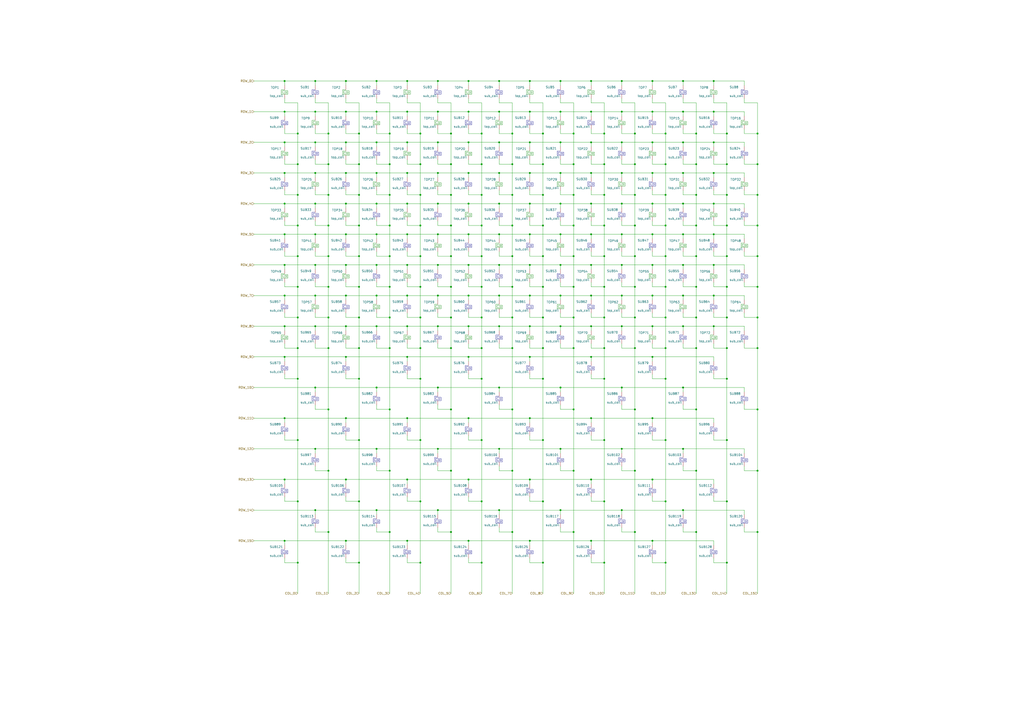
<source format=kicad_sch>
(kicad_sch (version 20231120) (generator "eeschema") (generator_version "8.0")
  (paper "A2")
  (title_block (title "Coil Matrix") (date "2024-07-28") (rev "0.1") (comment 1 "Jonas Stirnemann"))
  (junction (at 279.4 326.39))
  (junction (at 414.02 100.33))
  (junction (at 236.22 171.45))
  (junction (at 271.78 278.13))
  (junction (at 279.4 184.15))
  (junction (at 307.34 100.33))
  (junction (at 307.34 118.11))
  (junction (at 368.3 308.61))
  (junction (at 325.12 46.99))
  (junction (at 360.68 153.67))
  (junction (at 342.9 46.99))
  (junction (at 182.88 100.33))
  (junction (at 271.78 100.33))
  (junction (at 182.88 171.45))
  (junction (at 396.24 100.33))
  (junction (at 172.72 77.47))
  (junction (at 243.84 201.93))
  (junction (at 386.08 130.81))
  (junction (at 208.28 166.37))
  (junction (at 396.24 189.23))
  (junction (at 289.56 118.11))
  (junction (at 350.52 95.25))
  (junction (at 172.72 326.39))
  (junction (at 378.46 242.57))
  (junction (at 360.68 100.33))
  (junction (at 254 100.33))
  (junction (at 350.52 326.39))
  (junction (at 261.62 308.61))
  (junction (at 314.96 95.25))
  (junction (at 172.72 219.71))
  (junction (at 236.22 278.13))
  (junction (at 332.74 273.05))
  (junction (at 271.78 135.89))
  (junction (at 414.02 135.89))
  (junction (at 208.28 290.83))
  (junction (at 172.72 201.93))
  (junction (at 243.84 77.47))
  (junction (at 226.06 95.25))
  (junction (at 378.46 100.33))
  (junction (at 325.12 171.45))
  (junction (at 208.28 219.71))
  (junction (at 218.44 189.23))
  (junction (at 226.06 201.93))
  (junction (at 325.12 224.79))
  (junction (at 414.02 118.11))
  (junction (at 325.12 64.77))
  (junction (at 289.56 189.23))
  (junction (at 439.42 201.93))
  (junction (at 289.56 100.33))
  (junction (at 403.86 130.81))
  (junction (at 421.64 95.25))
  (junction (at 200.66 46.99))
  (junction (at 297.18 308.61))
  (junction (at 236.22 153.67))
  (junction (at 368.3 130.81))
  (junction (at 261.62 184.15))
  (junction (at 218.44 171.45))
  (junction (at 360.68 118.11))
  (junction (at 396.24 82.55))
  (junction (at 289.56 153.67))
  (junction (at 200.66 242.57))
  (junction (at 190.5 184.15))
  (junction (at 236.22 118.11))
  (junction (at 360.68 46.99))
  (junction (at 208.28 130.81))
  (junction (at 165.1 278.13))
  (junction (at 208.28 113.03))
  (junction (at 421.64 77.47))
  (junction (at 378.46 135.89))
  (junction (at 307.34 82.55))
  (junction (at 360.68 171.45))
  (junction (at 350.52 184.15))
  (junction (at 314.96 184.15))
  (junction (at 297.18 95.25))
  (junction (at 243.84 255.27))
  (junction (at 403.86 273.05))
  (junction (at 307.34 153.67))
  (junction (at 236.22 207.01))
  (junction (at 439.42 77.47))
  (junction (at 396.24 135.89))
  (junction (at 396.24 260.35))
  (junction (at 386.08 77.47))
  (junction (at 271.78 46.99))
  (junction (at 165.1 46.99))
  (junction (at 439.42 273.05))
  (junction (at 243.84 113.03))
  (junction (at 172.72 255.27))
  (junction (at 254 295.91))
  (junction (at 254 153.67))
  (junction (at 190.5 113.03))
  (junction (at 386.08 326.39))
  (junction (at 172.72 148.59))
  (junction (at 208.28 77.47))
  (junction (at 182.88 295.91))
  (junction (at 165.1 100.33))
  (junction (at 200.66 171.45))
  (junction (at 208.28 95.25))
  (junction (at 439.42 95.25))
  (junction (at 182.88 118.11))
  (junction (at 297.18 201.93))
  (junction (at 439.42 130.81))
  (junction (at 342.9 118.11))
  (junction (at 165.1 189.23))
  (junction (at 342.9 278.13))
  (junction (at 226.06 113.03))
  (junction (at 208.28 326.39))
  (junction (at 307.34 278.13))
  (junction (at 236.22 242.57))
  (junction (at 332.74 95.25))
  (junction (at 182.88 260.35))
  (junction (at 172.72 184.15))
  (junction (at 414.02 171.45))
  (junction (at 414.02 64.77))
  (junction (at 378.46 82.55))
  (junction (at 403.86 148.59))
  (junction (at 314.96 326.39))
  (junction (at 226.06 273.05))
  (junction (at 421.64 184.15))
  (junction (at 314.96 201.93))
  (junction (at 254 118.11))
  (junction (at 386.08 290.83))
  (junction (at 332.74 113.03))
  (junction (at 165.1 313.69))
  (junction (at 261.62 148.59))
  (junction (at 396.24 153.67))
  (junction (at 289.56 171.45))
  (junction (at 386.08 255.27))
  (junction (at 350.52 148.59))
  (junction (at 271.78 313.69))
  (junction (at 396.24 295.91))
  (junction (at 378.46 118.11))
  (junction (at 182.88 224.79))
  (junction (at 368.3 273.05))
  (junction (at 236.22 100.33))
  (junction (at 208.28 201.93))
  (junction (at 314.96 166.37))
  (junction (at 182.88 135.89))
  (junction (at 439.42 148.59))
  (junction (at 403.86 166.37))
  (junction (at 368.3 166.37))
  (junction (at 360.68 135.89))
  (junction (at 200.66 118.11))
  (junction (at 414.02 82.55))
  (junction (at 289.56 82.55))
  (junction (at 172.72 130.81))
  (junction (at 297.18 113.03))
  (junction (at 279.4 219.71))
  (junction (at 271.78 171.45))
  (junction (at 414.02 189.23))
  (junction (at 314.96 113.03))
  (junction (at 218.44 82.55))
  (junction (at 218.44 46.99))
  (junction (at 261.62 166.37))
  (junction (at 271.78 242.57))
  (junction (at 332.74 237.49))
  (junction (at 208.28 148.59))
  (junction (at 386.08 113.03))
  (junction (at 261.62 77.47))
  (junction (at 332.74 201.93))
  (junction (at 421.64 219.71))
  (junction (at 182.88 82.55))
  (junction (at 342.9 135.89))
  (junction (at 314.96 77.47))
  (junction (at 172.72 166.37))
  (junction (at 297.18 237.49))
  (junction (at 360.68 82.55))
  (junction (at 403.86 95.25))
  (junction (at 350.52 113.03))
  (junction (at 190.5 273.05))
  (junction (at 254 82.55))
  (junction (at 254 189.23))
  (junction (at 307.34 171.45))
  (junction (at 314.96 255.27))
  (junction (at 297.18 77.47))
  (junction (at 386.08 166.37))
  (junction (at 200.66 82.55))
  (junction (at 325.12 260.35))
  (junction (at 172.72 290.83))
  (junction (at 378.46 171.45))
  (junction (at 226.06 308.61))
  (junction (at 307.34 46.99))
  (junction (at 218.44 135.89))
  (junction (at 279.4 166.37))
  (junction (at 226.06 237.49))
  (junction (at 200.66 100.33))
  (junction (at 279.4 95.25))
  (junction (at 243.84 166.37))
  (junction (at 439.42 237.49))
  (junction (at 279.4 255.27))
  (junction (at 307.34 135.89))
  (junction (at 307.34 189.23))
  (junction (at 325.12 295.91))
  (junction (at 165.1 118.11))
  (junction (at 165.1 171.45))
  (junction (at 386.08 95.25))
  (junction (at 350.52 166.37))
  (junction (at 243.84 95.25))
  (junction (at 421.64 166.37))
  (junction (at 342.9 153.67))
  (junction (at 200.66 278.13))
  (junction (at 297.18 184.15))
  (junction (at 350.52 219.71))
  (junction (at 314.96 130.81))
  (junction (at 218.44 295.91))
  (junction (at 236.22 189.23))
  (junction (at 200.66 135.89))
  (junction (at 261.62 130.81))
  (junction (at 386.08 184.15))
  (junction (at 421.64 113.03))
  (junction (at 279.4 201.93))
  (junction (at 332.74 166.37))
  (junction (at 190.5 130.81))
  (junction (at 271.78 153.67))
  (junction (at 182.88 64.77))
  (junction (at 279.4 148.59))
  (junction (at 254 224.79))
  (junction (at 325.12 118.11))
  (junction (at 342.9 313.69))
  (junction (at 218.44 153.67))
  (junction (at 261.62 113.03))
  (junction (at 403.86 201.93))
  (junction (at 289.56 46.99))
  (junction (at 368.3 201.93))
  (junction (at 421.64 255.27))
  (junction (at 190.5 77.47))
  (junction (at 271.78 64.77))
  (junction (at 165.1 82.55))
  (junction (at 403.86 184.15))
  (junction (at 360.68 189.23))
  (junction (at 360.68 295.91))
  (junction (at 190.5 95.25))
  (junction (at 226.06 148.59))
  (junction (at 236.22 82.55))
  (junction (at 350.52 290.83))
  (junction (at 421.64 148.59))
  (junction (at 378.46 153.67))
  (junction (at 396.24 224.79))
  (junction (at 297.18 166.37))
  (junction (at 307.34 207.01))
  (junction (at 307.34 313.69))
  (junction (at 182.88 153.67))
  (junction (at 243.84 148.59))
  (junction (at 414.02 153.67))
  (junction (at 226.06 184.15))
  (junction (at 243.84 130.81))
  (junction (at 378.46 64.77))
  (junction (at 218.44 260.35))
  (junction (at 342.9 64.77))
  (junction (at 378.46 278.13))
  (junction (at 243.84 326.39))
  (junction (at 279.4 290.83))
  (junction (at 350.52 255.27))
  (junction (at 332.74 148.59))
  (junction (at 396.24 64.77))
  (junction (at 297.18 148.59))
  (junction (at 165.1 153.67))
  (junction (at 243.84 219.71))
  (junction (at 386.08 148.59))
  (junction (at 325.12 135.89))
  (junction (at 218.44 118.11))
  (junction (at 226.06 166.37))
  (junction (at 254 46.99))
  (junction (at 314.96 148.59))
  (junction (at 254 135.89))
  (junction (at 350.52 130.81))
  (junction (at 325.12 189.23))
  (junction (at 414.02 46.99))
  (junction (at 314.96 219.71))
  (junction (at 360.68 224.79))
  (junction (at 325.12 153.67))
  (junction (at 297.18 273.05))
  (junction (at 350.52 77.47))
  (junction (at 386.08 219.71))
  (junction (at 332.74 130.81))
  (junction (at 200.66 189.23))
  (junction (at 254 64.77))
  (junction (at 314.96 290.83))
  (junction (at 236.22 313.69))
  (junction (at 218.44 100.33))
  (junction (at 332.74 77.47))
  (junction (at 289.56 224.79))
  (junction (at 378.46 313.69))
  (junction (at 200.66 313.69))
  (junction (at 254 171.45))
  (junction (at 350.52 201.93))
  (junction (at 378.46 207.01))
  (junction (at 271.78 118.11))
  (junction (at 396.24 118.11))
  (junction (at 368.3 237.49))
  (junction (at 190.5 166.37))
  (junction (at 342.9 100.33))
  (junction (at 360.68 260.35))
  (junction (at 243.84 290.83))
  (junction (at 226.06 130.81))
  (junction (at 307.34 242.57))
  (junction (at 368.3 95.25))
  (junction (at 279.4 77.47))
  (junction (at 368.3 148.59))
  (junction (at 332.74 308.61))
  (junction (at 396.24 46.99))
  (junction (at 190.5 237.49))
  (junction (at 378.46 189.23))
  (junction (at 342.9 171.45))
  (junction (at 200.66 64.77))
  (junction (at 261.62 237.49))
  (junction (at 190.5 148.59))
  (junction (at 279.4 113.03))
  (junction (at 378.46 46.99))
  (junction (at 421.64 130.81))
  (junction (at 332.74 184.15))
  (junction (at 325.12 82.55))
  (junction (at 421.64 201.93))
  (junction (at 439.42 113.03))
  (junction (at 342.9 82.55))
  (junction (at 386.08 201.93))
  (junction (at 279.4 130.81))
  (junction (at 165.1 64.77))
  (junction (at 342.9 207.01))
  (junction (at 254 260.35))
  (junction (at 172.72 95.25))
  (junction (at 271.78 82.55))
  (junction (at 218.44 224.79))
  (junction (at 396.24 171.45))
  (junction (at 403.86 77.47))
  (junction (at 208.28 184.15))
  (junction (at 368.3 113.03))
  (junction (at 297.18 130.81))
  (junction (at 226.06 77.47))
  (junction (at 403.86 113.03))
  (junction (at 261.62 273.05))
  (junction (at 182.88 189.23))
  (junction (at 190.5 201.93))
  (junction (at 243.84 184.15))
  (junction (at 190.5 308.61))
  (junction (at 271.78 207.01))
  (junction (at 325.12 100.33))
  (junction (at 218.44 64.77))
  (junction (at 261.62 201.93))
  (junction (at 271.78 189.23))
  (junction (at 236.22 64.77))
  (junction (at 289.56 260.35))
  (junction (at 289.56 295.91))
  (junction (at 421.64 290.83))
  (junction (at 368.3 184.15))
  (junction (at 439.42 184.15))
  (junction (at 236.22 135.89))
  (junction (at 403.86 237.49))
  (junction (at 165.1 135.89))
  (junction (at 342.9 242.57))
  (junction (at 360.68 64.77))
  (junction (at 403.86 308.61))
  (junction (at 236.22 46.99))
  (junction (at 165.1 242.57))
  (junction (at 200.66 153.67))
  (junction (at 200.66 207.01))
  (junction (at 182.88 46.99))
  (junction (at 439.42 166.37))
  (junction (at 421.64 326.39))
  (junction (at 289.56 135.89))
  (junction (at 342.9 189.23))
  (junction (at 261.62 95.25))
  (junction (at 307.34 64.77))
  (junction (at 165.1 207.01))
  (junction (at 439.42 308.61))
  (junction (at 208.28 255.27))
  (junction (at 289.56 64.77))
  (junction (at 172.72 113.03))
  (junction (at 368.3 77.47))
  (wire (pts (xy 279.4 326.39) (xy 279.4 344.17)))
  (wire (pts (xy 414.02 166.37) (xy 421.64 166.37)))
  (wire (pts (xy 342.9 64.77) (xy 325.12 64.77)))
  (wire (pts (xy 236.22 191.77) (xy 236.22 189.23)))
  (wire (pts (xy 271.78 255.27) (xy 279.4 255.27)))
  (wire (pts (xy 218.44 46.99) (xy 200.66 46.99)))
  (wire (pts (xy 325.12 59.69) (xy 332.74 59.69)))
  (wire (pts (xy 378.46 316.23) (xy 378.46 313.69)))
  (wire (pts (xy 218.44 308.61) (xy 226.06 308.61)))
  (wire (pts (xy 182.88 46.99) (xy 165.1 46.99)))
  (wire (pts (xy 378.46 280.67) (xy 378.46 278.13)))
  (wire (pts (xy 325.12 113.03) (xy 332.74 113.03)))
  (wire (pts (xy 342.9 166.37) (xy 350.52 166.37)))
  (wire (pts (xy 431.8 166.37) (xy 439.42 166.37)))
  (wire (pts (xy 414.02 326.39) (xy 421.64 326.39)))
  (wire (pts (xy 332.74 237.49) (xy 332.74 273.05)))
  (wire (pts (xy 261.62 77.47) (xy 261.62 95.25)))
  (wire (pts (xy 414.02 138.43) (xy 414.02 135.89)))
  (wire (pts (xy 254 100.33) (xy 236.22 100.33)))
  (wire (pts (xy 396.24 113.03) (xy 403.86 113.03)))
  (wire (pts (xy 396.24 146.05) (xy 396.24 148.59)))
  (wire (pts (xy 279.4 77.47) (xy 279.4 95.25)))
  (wire (pts (xy 218.44 64.77) (xy 200.66 64.77)))
  (wire (pts (xy 396.24 308.61) (xy 403.86 308.61)))
  (wire (pts (xy 236.22 278.13) (xy 271.78 278.13)))
  (wire (pts (xy 332.74 273.05) (xy 332.74 308.61)))
  (wire (pts (xy 421.64 113.03) (xy 421.64 130.81)))
  (wire (pts (xy 360.68 227.33) (xy 360.68 224.79)))
  (wire (pts (xy 360.68 260.35) (xy 396.24 260.35)))
  (wire (pts (xy 271.78 130.81) (xy 279.4 130.81)))
  (wire (pts (xy 325.12 153.67) (xy 307.34 153.67)))
  (wire (pts (xy 236.22 252.73) (xy 236.22 255.27)))
  (wire (pts (xy 431.8 85.09) (xy 431.8 82.55)))
  (wire (pts (xy 325.12 237.49) (xy 332.74 237.49)))
  (wire (pts (xy 307.34 290.83) (xy 314.96 290.83)))
  (wire (pts (xy 200.66 242.57) (xy 236.22 242.57)))
  (wire (pts (xy 218.44 100.33) (xy 200.66 100.33)))
  (wire (pts (xy 307.34 82.55) (xy 289.56 82.55)))
  (wire (pts (xy 378.46 252.73) (xy 378.46 255.27)))
  (wire (pts (xy 182.88 173.99) (xy 182.88 171.45)))
  (wire (pts (xy 325.12 260.35) (xy 360.68 260.35)))
  (wire (pts (xy 396.24 273.05) (xy 403.86 273.05)))
  (wire (pts (xy 307.34 110.49) (xy 307.34 113.03)))
  (wire (pts (xy 414.02 252.73) (xy 414.02 255.27)))
  (wire (pts (xy 218.44 199.39) (xy 218.44 201.93)))
  (wire (pts (xy 182.88 57.15) (xy 182.88 59.69)))
  (wire (pts (xy 254 120.65) (xy 254 118.11)))
  (wire (pts (xy 200.66 130.81) (xy 208.28 130.81)))
  (wire (pts (xy 378.46 113.03) (xy 386.08 113.03)))
  (wire (pts (xy 342.9 288.29) (xy 342.9 290.83)))
  (wire (pts (xy 200.66 173.99) (xy 200.66 171.45)))
  (wire (pts (xy 271.78 59.69) (xy 279.4 59.69)))
  (wire (pts (xy 236.22 199.39) (xy 236.22 201.93)))
  (wire (pts (xy 254 57.15) (xy 254 59.69)))
  (wire (pts (xy 271.78 77.47) (xy 279.4 77.47)))
  (wire (pts (xy 378.46 163.83) (xy 378.46 166.37)))
  (wire (pts (xy 439.42 166.37) (xy 439.42 184.15)))
  (wire (pts (xy 414.02 85.09) (xy 414.02 82.55)))
  (wire (pts (xy 307.34 85.09) (xy 307.34 82.55)))
  (wire (pts (xy 307.34 323.85) (xy 307.34 326.39)))
  (wire (pts (xy 307.34 102.87) (xy 307.34 100.33)))
  (wire (pts (xy 165.1 199.39) (xy 165.1 201.93)))
  (wire (pts (xy 208.28 290.83) (xy 208.28 326.39)))
  (wire (pts (xy 332.74 59.69) (xy 332.74 77.47)))
  (wire (pts (xy 289.56 77.47) (xy 297.18 77.47)))
  (wire (pts (xy 368.3 148.59) (xy 368.3 166.37)))
  (wire (pts (xy 396.24 184.15) (xy 403.86 184.15)))
  (wire (pts (xy 208.28 148.59) (xy 208.28 166.37)))
  (wire (pts (xy 218.44 227.33) (xy 218.44 224.79)))
  (wire (pts (xy 208.28 59.69) (xy 208.28 77.47)))
  (wire (pts (xy 236.22 49.53) (xy 236.22 46.99)))
  (wire (pts (xy 226.06 130.81) (xy 226.06 148.59)))
  (wire (pts (xy 342.9 313.69) (xy 378.46 313.69)))
  (wire (pts (xy 360.68 59.69) (xy 368.3 59.69)))
  (wire (pts (xy 289.56 146.05) (xy 289.56 148.59)))
  (wire (pts (xy 271.78 113.03) (xy 279.4 113.03)))
  (wire (pts (xy 342.9 120.65) (xy 342.9 118.11)))
  (wire (pts (xy 165.1 173.99) (xy 165.1 171.45)))
  (wire (pts (xy 165.1 49.53) (xy 165.1 46.99)))
  (wire (pts (xy 271.78 92.71) (xy 271.78 95.25)))
  (wire (pts (xy 243.84 77.47) (xy 243.84 95.25)))
  (wire (pts (xy 307.34 113.03) (xy 314.96 113.03)))
  (wire (pts (xy 431.8 306.07) (xy 431.8 308.61)))
  (wire (pts (xy 378.46 138.43) (xy 378.46 135.89)))
  (wire (pts (xy 414.02 92.71) (xy 414.02 95.25)))
  (wire (pts (xy 342.9 207.01) (xy 378.46 207.01)))
  (wire (pts (xy 386.08 95.25) (xy 386.08 113.03)))
  (wire (pts (xy 289.56 306.07) (xy 289.56 308.61)))
  (wire (pts (xy 378.46 166.37) (xy 386.08 166.37)))
  (wire (pts (xy 325.12 181.61) (xy 325.12 184.15)))
  (wire (pts (xy 342.9 255.27) (xy 350.52 255.27)))
  (wire (pts (xy 165.1 242.57) (xy 147.32 242.57)))
  (wire (pts (xy 243.84 166.37) (xy 243.84 184.15)))
  (wire (pts (xy 403.86 273.05) (xy 403.86 308.61)))
  (wire (pts (xy 289.56 173.99) (xy 289.56 171.45)))
  (wire (pts (xy 342.9 191.77) (xy 342.9 189.23)))
  (wire (pts (xy 325.12 306.07) (xy 325.12 308.61)))
  (wire (pts (xy 261.62 95.25) (xy 261.62 113.03)))
  (wire (pts (xy 261.62 59.69) (xy 261.62 77.47)))
  (wire (pts (xy 254 46.99) (xy 236.22 46.99)))
  (wire (pts (xy 200.66 290.83) (xy 208.28 290.83)))
  (wire (pts (xy 236.22 209.55) (xy 236.22 207.01)))
  (wire (pts (xy 314.96 326.39) (xy 314.96 344.17)))
  (wire (pts (xy 200.66 316.23) (xy 200.66 313.69)))
  (wire (pts (xy 254 146.05) (xy 254 148.59)))
  (wire (pts (xy 200.66 255.27) (xy 208.28 255.27)))
  (wire (pts (xy 172.72 166.37) (xy 172.72 184.15)))
  (wire (pts (xy 378.46 209.55) (xy 378.46 207.01)))
  (wire (pts (xy 271.78 290.83) (xy 279.4 290.83)))
  (wire (pts (xy 314.96 166.37) (xy 314.96 184.15)))
  (wire (pts (xy 190.5 201.93) (xy 190.5 237.49)))
  (wire (pts (xy 271.78 252.73) (xy 271.78 255.27)))
  (wire (pts (xy 342.9 163.83) (xy 342.9 166.37)))
  (wire (pts (xy 421.64 184.15) (xy 421.64 201.93)))
  (wire (pts (xy 378.46 171.45) (xy 360.68 171.45)))
  (wire (pts (xy 218.44 92.71) (xy 218.44 95.25)))
  (wire (pts (xy 396.24 166.37) (xy 403.86 166.37)))
  (wire (pts (xy 236.22 201.93) (xy 243.84 201.93)))
  (wire (pts (xy 368.3 130.81) (xy 368.3 148.59)))
  (wire (pts (xy 165.1 120.65) (xy 165.1 118.11)))
  (wire (pts (xy 414.02 156.21) (xy 414.02 153.67)))
  (wire (pts (xy 342.9 110.49) (xy 342.9 113.03)))
  (wire (pts (xy 289.56 148.59) (xy 297.18 148.59)))
  (wire (pts (xy 289.56 260.35) (xy 325.12 260.35)))
  (wire (pts (xy 165.1 191.77) (xy 165.1 189.23)))
  (wire (pts (xy 403.86 113.03) (xy 403.86 130.81)))
  (wire (pts (xy 431.8 128.27) (xy 431.8 130.81)))
  (wire (pts (xy 254 237.49) (xy 261.62 237.49)))
  (wire (pts (xy 218.44 237.49) (xy 226.06 237.49)))
  (wire (pts (xy 172.72 59.69) (xy 172.72 77.47)))
  (wire (pts (xy 378.46 49.53) (xy 378.46 46.99)))
  (wire (pts (xy 271.78 148.59) (xy 279.4 148.59)))
  (wire (pts (xy 350.52 130.81) (xy 350.52 148.59)))
  (wire (pts (xy 172.72 95.25) (xy 172.72 113.03)))
  (wire (pts (xy 342.9 209.55) (xy 342.9 207.01)))
  (wire (pts (xy 218.44 163.83) (xy 218.44 166.37)))
  (wire (pts (xy 332.74 113.03) (xy 332.74 130.81)))
  (wire (pts (xy 431.8 49.53) (xy 431.8 46.99)))
  (wire (pts (xy 289.56 237.49) (xy 297.18 237.49)))
  (wire (pts (xy 289.56 262.89) (xy 289.56 260.35)))
  (wire (pts (xy 254 171.45) (xy 236.22 171.45)))
  (wire (pts (xy 165.1 219.71) (xy 172.72 219.71)))
  (wire (pts (xy 165.1 110.49) (xy 165.1 113.03)))
  (wire (pts (xy 218.44 270.51) (xy 218.44 273.05)))
  (wire (pts (xy 236.22 130.81) (xy 243.84 130.81)))
  (wire (pts (xy 165.1 171.45) (xy 147.32 171.45)))
  (wire (pts (xy 182.88 148.59) (xy 190.5 148.59)))
  (wire (pts (xy 414.02 181.61) (xy 414.02 184.15)))
  (wire (pts (xy 243.84 184.15) (xy 243.84 201.93)))
  (wire (pts (xy 172.72 219.71) (xy 172.72 255.27)))
  (wire (pts (xy 342.9 77.47) (xy 350.52 77.47)))
  (wire (pts (xy 200.66 323.85) (xy 200.66 326.39)))
  (wire (pts (xy 182.88 135.89) (xy 165.1 135.89)))
  (wire (pts (xy 414.02 64.77) (xy 396.24 64.77)))
  (wire (pts (xy 165.1 128.27) (xy 165.1 130.81)))
  (wire (pts (xy 200.66 166.37) (xy 208.28 166.37)))
  (wire (pts (xy 218.44 128.27) (xy 218.44 130.81)))
  (wire (pts (xy 200.66 245.11) (xy 200.66 242.57)))
  (wire (pts (xy 271.78 57.15) (xy 271.78 59.69)))
  (wire (pts (xy 325.12 308.61) (xy 332.74 308.61)))
  (wire (pts (xy 307.34 146.05) (xy 307.34 148.59)))
  (wire (pts (xy 414.02 189.23) (xy 396.24 189.23)))
  (wire (pts (xy 325.12 273.05) (xy 332.74 273.05)))
  (wire (pts (xy 360.68 306.07) (xy 360.68 308.61)))
  (wire (pts (xy 378.46 326.39) (xy 386.08 326.39)))
  (wire (pts (xy 421.64 255.27) (xy 421.64 290.83)))
  (wire (pts (xy 226.06 273.05) (xy 226.06 308.61)))
  (wire (pts (xy 439.42 113.03) (xy 439.42 130.81)))
  (wire (pts (xy 414.02 280.67) (xy 414.02 278.13)))
  (wire (pts (xy 360.68 64.77) (xy 342.9 64.77)))
  (wire (pts (xy 200.66 77.47) (xy 208.28 77.47)))
  (wire (pts (xy 378.46 118.11) (xy 360.68 118.11)))
  (wire (pts (xy 396.24 234.95) (xy 396.24 237.49)))
  (wire (pts (xy 236.22 67.31) (xy 236.22 64.77)))
  (wire (pts (xy 360.68 135.89) (xy 342.9 135.89)))
  (wire (pts (xy 360.68 110.49) (xy 360.68 113.03)))
  (wire (pts (xy 200.66 92.71) (xy 200.66 95.25)))
  (wire (pts (xy 325.12 227.33) (xy 325.12 224.79)))
  (wire (pts (xy 289.56 49.53) (xy 289.56 46.99)))
  (wire (pts (xy 289.56 171.45) (xy 271.78 171.45)))
  (wire (pts (xy 378.46 95.25) (xy 386.08 95.25)))
  (wire (pts (xy 208.28 77.47) (xy 208.28 95.25)))
  (wire (pts (xy 325.12 234.95) (xy 325.12 237.49)))
  (wire (pts (xy 200.66 219.71) (xy 208.28 219.71)))
  (wire (pts (xy 182.88 166.37) (xy 190.5 166.37)))
  (wire (pts (xy 342.9 135.89) (xy 325.12 135.89)))
  (wire (pts (xy 325.12 262.89) (xy 325.12 260.35)))
  (wire (pts (xy 342.9 46.99) (xy 325.12 46.99)))
  (wire (pts (xy 368.3 308.61) (xy 368.3 344.17)))
  (wire (pts (xy 350.52 166.37) (xy 350.52 184.15)))
  (wire (pts (xy 236.22 74.93) (xy 236.22 77.47)))
  (wire (pts (xy 332.74 95.25) (xy 332.74 113.03)))
  (wire (pts (xy 200.66 148.59) (xy 208.28 148.59)))
  (wire (pts (xy 431.8 191.77) (xy 431.8 189.23)))
  (wire (pts (xy 165.1 184.15) (xy 172.72 184.15)))
  (wire (pts (xy 218.44 298.45) (xy 218.44 295.91)))
  (wire (pts (xy 218.44 59.69) (xy 226.06 59.69)))
  (wire (pts (xy 261.62 166.37) (xy 261.62 184.15)))
  (wire (pts (xy 360.68 295.91) (xy 396.24 295.91)))
  (wire (pts (xy 200.66 171.45) (xy 182.88 171.45)))
  (wire (pts (xy 289.56 59.69) (xy 297.18 59.69)))
  (wire (pts (xy 236.22 135.89) (xy 218.44 135.89)))
  (wire (pts (xy 271.78 181.61) (xy 271.78 184.15)))
  (wire (pts (xy 182.88 146.05) (xy 182.88 148.59)))
  (wire (pts (xy 350.52 148.59) (xy 350.52 166.37)))
  (wire (pts (xy 165.1 323.85) (xy 165.1 326.39)))
  (wire (pts (xy 307.34 181.61) (xy 307.34 184.15)))
  (wire (pts (xy 342.9 49.53) (xy 342.9 46.99)))
  (wire (pts (xy 200.66 280.67) (xy 200.66 278.13)))
  (wire (pts (xy 403.86 95.25) (xy 403.86 113.03)))
  (wire (pts (xy 208.28 113.03) (xy 208.28 130.81)))
  (wire (pts (xy 200.66 67.31) (xy 200.66 64.77)))
  (wire (pts (xy 182.88 237.49) (xy 190.5 237.49)))
  (wire (pts (xy 236.22 217.17) (xy 236.22 219.71)))
  (wire (pts (xy 218.44 191.77) (xy 218.44 189.23)))
  (wire (pts (xy 289.56 273.05) (xy 297.18 273.05)))
  (wire (pts (xy 254 191.77) (xy 254 189.23)))
  (wire (pts (xy 236.22 118.11) (xy 218.44 118.11)))
  (wire (pts (xy 182.88 234.95) (xy 182.88 237.49)))
  (wire (pts (xy 218.44 118.11) (xy 200.66 118.11)))
  (wire (pts (xy 396.24 95.25) (xy 403.86 95.25)))
  (wire (pts (xy 431.8 273.05) (xy 439.42 273.05)))
  (wire (pts (xy 200.66 85.09) (xy 200.66 82.55)))
  (wire (pts (xy 165.1 189.23) (xy 147.32 189.23)))
  (wire (pts (xy 254 110.49) (xy 254 113.03)))
  (wire (pts (xy 378.46 128.27) (xy 378.46 130.81)))
  (wire (pts (xy 360.68 201.93) (xy 368.3 201.93)))
  (wire (pts (xy 182.88 49.53) (xy 182.88 46.99)))
  (wire (pts (xy 200.66 313.69) (xy 236.22 313.69)))
  (wire (pts (xy 289.56 82.55) (xy 271.78 82.55)))
  (wire (pts (xy 289.56 181.61) (xy 289.56 184.15)))
  (wire (pts (xy 431.8 59.69) (xy 439.42 59.69)))
  (wire (pts (xy 403.86 184.15) (xy 403.86 201.93)))
  (wire (pts (xy 307.34 163.83) (xy 307.34 166.37)))
  (wire (pts (xy 236.22 146.05) (xy 236.22 148.59)))
  (wire (pts (xy 182.88 128.27) (xy 182.88 130.81)))
  (wire (pts (xy 360.68 146.05) (xy 360.68 148.59)))
  (wire (pts (xy 386.08 113.03) (xy 386.08 130.81)))
  (wire (pts (xy 236.22 57.15) (xy 236.22 59.69)))
  (wire (pts (xy 307.34 288.29) (xy 307.34 290.83)))
  (wire (pts (xy 218.44 262.89) (xy 218.44 260.35)))
  (wire (pts (xy 378.46 242.57) (xy 414.02 242.57)))
  (wire (pts (xy 218.44 273.05) (xy 226.06 273.05)))
  (wire (pts (xy 165.1 100.33) (xy 147.32 100.33)))
  (wire (pts (xy 200.66 118.11) (xy 182.88 118.11)))
  (wire (pts (xy 271.78 326.39) (xy 279.4 326.39)))
  (wire (pts (xy 254 82.55) (xy 236.22 82.55)))
  (wire (pts (xy 314.96 113.03) (xy 314.96 130.81)))
  (wire (pts (xy 360.68 74.93) (xy 360.68 77.47)))
  (wire (pts (xy 254 95.25) (xy 261.62 95.25)))
  (wire (pts (xy 289.56 92.71) (xy 289.56 95.25)))
  (wire (pts (xy 271.78 207.01) (xy 307.34 207.01)))
  (wire (pts (xy 360.68 173.99) (xy 360.68 171.45)))
  (wire (pts (xy 396.24 49.53) (xy 396.24 46.99)))
  (wire (pts (xy 360.68 171.45) (xy 342.9 171.45)))
  (wire (pts (xy 254 138.43) (xy 254 135.89)))
  (wire (pts (xy 279.4 113.03) (xy 279.4 130.81)))
  (wire (pts (xy 342.9 252.73) (xy 342.9 255.27)))
  (wire (pts (xy 271.78 64.77) (xy 254 64.77)))
  (wire (pts (xy 261.62 113.03) (xy 261.62 130.81)))
  (wire (pts (xy 271.78 316.23) (xy 271.78 313.69)))
  (wire (pts (xy 431.8 113.03) (xy 439.42 113.03)))
  (wire (pts (xy 342.9 100.33) (xy 325.12 100.33)))
  (wire (pts (xy 368.3 95.25) (xy 368.3 113.03)))
  (wire (pts (xy 396.24 57.15) (xy 396.24 59.69)))
  (wire (pts (xy 271.78 199.39) (xy 271.78 201.93)))
  (wire (pts (xy 218.44 201.93) (xy 226.06 201.93)))
  (wire (pts (xy 342.9 138.43) (xy 342.9 135.89)))
  (wire (pts (xy 421.64 95.25) (xy 421.64 113.03)))
  (wire (pts (xy 271.78 110.49) (xy 271.78 113.03)))
  (wire (pts (xy 208.28 255.27) (xy 208.28 290.83)))
  (wire (pts (xy 271.78 74.93) (xy 271.78 77.47)))
  (wire (pts (xy 200.66 64.77) (xy 182.88 64.77)))
  (wire (pts (xy 342.9 92.71) (xy 342.9 95.25)))
  (wire (pts (xy 254 189.23) (xy 236.22 189.23)))
  (wire (pts (xy 165.1 316.23) (xy 165.1 313.69)))
  (wire (pts (xy 396.24 262.89) (xy 396.24 260.35)))
  (wire (pts (xy 378.46 173.99) (xy 378.46 171.45)))
  (wire (pts (xy 226.06 237.49) (xy 226.06 273.05)))
  (wire (pts (xy 342.9 199.39) (xy 342.9 201.93)))
  (wire (pts (xy 325.12 146.05) (xy 325.12 148.59)))
  (wire (pts (xy 431.8 118.11) (xy 414.02 118.11)))
  (wire (pts (xy 396.24 110.49) (xy 396.24 113.03)))
  (wire (pts (xy 378.46 207.01) (xy 414.02 207.01)))
  (wire (pts (xy 396.24 156.21) (xy 396.24 153.67)))
  (wire (pts (xy 236.22 110.49) (xy 236.22 113.03)))
  (wire (pts (xy 218.44 224.79) (xy 254 224.79)))
  (wire (pts (xy 431.8 67.31) (xy 431.8 64.77)))
  (wire (pts (xy 297.18 184.15) (xy 297.18 201.93)))
  (wire (pts (xy 307.34 219.71) (xy 314.96 219.71)))
  (wire (pts (xy 218.44 82.55) (xy 200.66 82.55)))
  (wire (pts (xy 325.12 118.11) (xy 307.34 118.11)))
  (wire (pts (xy 396.24 260.35) (xy 431.8 260.35)))
  (wire (pts (xy 396.24 128.27) (xy 396.24 130.81)))
  (wire (pts (xy 342.9 171.45) (xy 325.12 171.45)))
  (wire (pts (xy 165.1 118.11) (xy 147.32 118.11)))
  (wire (pts (xy 360.68 308.61) (xy 368.3 308.61)))
  (wire (pts (xy 307.34 326.39) (xy 314.96 326.39)))
  (wire (pts (xy 360.68 237.49) (xy 368.3 237.49)))
  (wire (pts (xy 165.1 313.69) (xy 147.32 313.69)))
  (wire (pts (xy 396.24 237.49) (xy 403.86 237.49)))
  (wire (pts (xy 342.9 184.15) (xy 350.52 184.15)))
  (wire (pts (xy 297.18 237.49) (xy 297.18 273.05)))
  (wire (pts (xy 165.1 67.31) (xy 165.1 64.77)))
  (wire (pts (xy 314.96 95.25) (xy 314.96 113.03)))
  (wire (pts (xy 200.66 156.21) (xy 200.66 153.67)))
  (wire (pts (xy 289.56 64.77) (xy 271.78 64.77)))
  (wire (pts (xy 289.56 156.21) (xy 289.56 153.67)))
  (wire (pts (xy 218.44 113.03) (xy 226.06 113.03)))
  (wire (pts (xy 254 118.11) (xy 236.22 118.11)))
  (wire (pts (xy 165.1 242.57) (xy 200.66 242.57)))
  (wire (pts (xy 414.02 57.15) (xy 414.02 59.69)))
  (wire (pts (xy 236.22 290.83) (xy 243.84 290.83)))
  (wire (pts (xy 182.88 227.33) (xy 182.88 224.79)))
  (wire (pts (xy 147.32 260.35) (xy 182.88 260.35)))
  (wire (pts (xy 368.3 201.93) (xy 368.3 237.49)))
  (wire (pts (xy 165.1 288.29) (xy 165.1 290.83)))
  (wire (pts (xy 182.88 189.23) (xy 165.1 189.23)))
  (wire (pts (xy 350.52 184.15) (xy 350.52 201.93)))
  (wire (pts (xy 431.8 95.25) (xy 439.42 95.25)))
  (wire (pts (xy 271.78 166.37) (xy 279.4 166.37)))
  (wire (pts (xy 342.9 95.25) (xy 350.52 95.25)))
  (wire (pts (xy 378.46 77.47) (xy 386.08 77.47)))
  (wire (pts (xy 254 295.91) (xy 289.56 295.91)))
  (wire (pts (xy 325.12 130.81) (xy 332.74 130.81)))
  (wire (pts (xy 378.46 59.69) (xy 386.08 59.69)))
  (wire (pts (xy 332.74 184.15) (xy 332.74 201.93)))
  (wire (pts (xy 360.68 191.77) (xy 360.68 189.23)))
  (wire (pts (xy 182.88 59.69) (xy 190.5 59.69)))
  (wire (pts (xy 172.72 201.93) (xy 172.72 219.71)))
  (wire (pts (xy 307.34 57.15) (xy 307.34 59.69)))
  (wire (pts (xy 378.46 148.59) (xy 386.08 148.59)))
  (wire (pts (xy 165.1 201.93) (xy 172.72 201.93)))
  (wire (pts (xy 431.8 171.45) (xy 414.02 171.45)))
  (wire (pts (xy 289.56 74.93) (xy 289.56 77.47)))
  (wire (pts (xy 396.24 64.77) (xy 378.46 64.77)))
  (wire (pts (xy 396.24 100.33) (xy 378.46 100.33)))
  (wire (pts (xy 360.68 82.55) (xy 342.9 82.55)))
  (wire (pts (xy 332.74 308.61) (xy 332.74 344.17)))
  (wire (pts (xy 226.06 184.15) (xy 226.06 201.93)))
  (wire (pts (xy 414.02 95.25) (xy 421.64 95.25)))
  (wire (pts (xy 307.34 313.69) (xy 342.9 313.69)))
  (wire (pts (xy 200.66 181.61) (xy 200.66 184.15)))
  (wire (pts (xy 307.34 135.89) (xy 289.56 135.89)))
  (wire (pts (xy 236.22 219.71) (xy 243.84 219.71)))
  (wire (pts (xy 271.78 217.17) (xy 271.78 219.71)))
  (wire (pts (xy 307.34 189.23) (xy 289.56 189.23)))
  (wire (pts (xy 165.1 138.43) (xy 165.1 135.89)))
  (wire (pts (xy 271.78 153.67) (xy 254 153.67)))
  (wire (pts (xy 368.3 113.03) (xy 368.3 130.81)))
  (wire (pts (xy 271.78 138.43) (xy 271.78 135.89)))
  (wire (pts (xy 386.08 130.81) (xy 386.08 148.59)))
  (wire (pts (xy 360.68 92.71) (xy 360.68 95.25)))
  (wire (pts (xy 297.18 59.69) (xy 297.18 77.47)))
  (wire (pts (xy 165.1 245.11) (xy 165.1 242.57)))
  (wire (pts (xy 307.34 209.55) (xy 307.34 207.01)))
  (wire (pts (xy 307.34 77.47) (xy 314.96 77.47)))
  (wire (pts (xy 325.12 224.79) (xy 360.68 224.79)))
  (wire (pts (xy 200.66 59.69) (xy 208.28 59.69)))
  (wire (pts (xy 325.12 85.09) (xy 325.12 82.55)))
  (wire (pts (xy 360.68 46.99) (xy 342.9 46.99)))
  (wire (pts (xy 332.74 77.47) (xy 332.74 95.25)))
  (wire (pts (xy 200.66 113.03) (xy 208.28 113.03)))
  (wire (pts (xy 360.68 262.89) (xy 360.68 260.35)))
  (wire (pts (xy 279.4 219.71) (xy 279.4 255.27)))
  (wire (pts (xy 396.24 227.33) (xy 396.24 224.79)))
  (wire (pts (xy 208.28 326.39) (xy 208.28 344.17)))
  (wire (pts (xy 396.24 74.93) (xy 396.24 77.47)))
  (wire (pts (xy 414.02 113.03) (xy 421.64 113.03)))
  (wire (pts (xy 254 298.45) (xy 254 295.91)))
  (wire (pts (xy 325.12 163.83) (xy 325.12 166.37)))
  (wire (pts (xy 218.44 135.89) (xy 200.66 135.89)))
  (wire (pts (xy 271.78 128.27) (xy 271.78 130.81)))
  (wire (pts (xy 165.1 146.05) (xy 165.1 148.59)))
  (wire (pts (xy 332.74 166.37) (xy 332.74 184.15)))
  (wire (pts (xy 182.88 270.51) (xy 182.88 273.05)))
  (wire (pts (xy 236.22 113.03) (xy 243.84 113.03)))
  (wire (pts (xy 165.1 163.83) (xy 165.1 166.37)))
  (wire (pts (xy 182.88 156.21) (xy 182.88 153.67)))
  (wire (pts (xy 182.88 163.83) (xy 182.88 166.37)))
  (wire (pts (xy 414.02 201.93) (xy 421.64 201.93)))
  (wire (pts (xy 360.68 156.21) (xy 360.68 153.67)))
  (wire (pts (xy 279.4 130.81) (xy 279.4 148.59)))
  (wire (pts (xy 403.86 77.47) (xy 403.86 95.25)))
  (wire (pts (xy 342.9 156.21) (xy 342.9 153.67)))
  (wire (pts (xy 271.78 118.11) (xy 254 118.11)))
  (wire (pts (xy 378.46 201.93) (xy 386.08 201.93)))
  (wire (pts (xy 325.12 57.15) (xy 325.12 59.69)))
  (wire (pts (xy 289.56 128.27) (xy 289.56 130.81)))
  (wire (pts (xy 360.68 189.23) (xy 342.9 189.23)))
  (wire (pts (xy 307.34 92.71) (xy 307.34 95.25)))
  (wire (pts (xy 165.1 313.69) (xy 200.66 313.69)))
  (wire (pts (xy 165.1 64.77) (xy 147.32 64.77)))
  (wire (pts (xy 342.9 245.11) (xy 342.9 242.57)))
  (wire (pts (xy 289.56 308.61) (xy 297.18 308.61)))
  (wire (pts (xy 368.3 184.15) (xy 368.3 201.93)))
  (wire (pts (xy 360.68 184.15) (xy 368.3 184.15)))
  (wire (pts (xy 218.44 110.49) (xy 218.44 113.03)))
  (wire (pts (xy 182.88 224.79) (xy 218.44 224.79)))
  (wire (pts (xy 243.84 201.93) (xy 243.84 219.71)))
  (wire (pts (xy 172.72 148.59) (xy 172.72 166.37)))
  (wire (pts (xy 342.9 146.05) (xy 342.9 148.59)))
  (wire (pts (xy 342.9 128.27) (xy 342.9 130.81)))
  (wire (pts (xy 279.4 95.25) (xy 279.4 113.03)))
  (wire (pts (xy 236.22 64.77) (xy 218.44 64.77)))
  (wire (pts (xy 307.34 153.67) (xy 289.56 153.67)))
  (wire (pts (xy 360.68 181.61) (xy 360.68 184.15)))
  (wire (pts (xy 378.46 82.55) (xy 360.68 82.55)))
  (wire (pts (xy 396.24 199.39) (xy 396.24 201.93)))
  (wire (pts (xy 396.24 120.65) (xy 396.24 118.11)))
  (wire (pts (xy 271.78 46.99) (xy 254 46.99)))
  (wire (pts (xy 414.02 128.27) (xy 414.02 130.81)))
  (wire (pts (xy 431.8 156.21) (xy 431.8 153.67)))
  (wire (pts (xy 297.18 148.59) (xy 297.18 166.37)))
  (wire (pts (xy 254 273.05) (xy 261.62 273.05)))
  (wire (pts (xy 165.1 166.37) (xy 172.72 166.37)))
  (wire (pts (xy 289.56 189.23) (xy 271.78 189.23)))
  (wire (pts (xy 396.24 191.77) (xy 396.24 189.23)))
  (wire (pts (xy 271.78 146.05) (xy 271.78 148.59)))
  (wire (pts (xy 307.34 120.65) (xy 307.34 118.11)))
  (wire (pts (xy 218.44 102.87) (xy 218.44 100.33)))
  (wire (pts (xy 378.46 156.21) (xy 378.46 153.67)))
  (wire (pts (xy 342.9 153.67) (xy 325.12 153.67)))
  (wire (pts (xy 350.52 201.93) (xy 350.52 219.71)))
  (wire (pts (xy 190.5 166.37) (xy 190.5 184.15)))
  (wire (pts (xy 342.9 82.55) (xy 325.12 82.55)))
  (wire (pts (xy 386.08 59.69) (xy 386.08 77.47)))
  (wire (pts (xy 414.02 100.33) (xy 396.24 100.33)))
  (wire (pts (xy 314.96 219.71) (xy 314.96 255.27)))
  (wire (pts (xy 200.66 153.67) (xy 182.88 153.67)))
  (wire (pts (xy 325.12 135.89) (xy 307.34 135.89)))
  (wire (pts (xy 431.8 184.15) (xy 439.42 184.15)))
  (wire (pts (xy 226.06 77.47) (xy 226.06 95.25)))
  (wire (pts (xy 218.44 153.67) (xy 200.66 153.67)))
  (wire (pts (xy 414.02 290.83) (xy 421.64 290.83)))
  (wire (pts (xy 342.9 323.85) (xy 342.9 326.39)))
  (wire (pts (xy 342.9 189.23) (xy 325.12 189.23)))
  (wire (pts (xy 289.56 57.15) (xy 289.56 59.69)))
  (wire (pts (xy 342.9 217.17) (xy 342.9 219.71)))
  (wire (pts (xy 261.62 237.49) (xy 261.62 273.05)))
  (wire (pts (xy 396.24 171.45) (xy 378.46 171.45)))
  (wire (pts (xy 314.96 77.47) (xy 314.96 95.25)))
  (wire (pts (xy 360.68 273.05) (xy 368.3 273.05)))
  (wire (pts (xy 279.4 290.83) (xy 279.4 326.39)))
  (wire (pts (xy 360.68 57.15) (xy 360.68 59.69)))
  (wire (pts (xy 236.22 166.37) (xy 243.84 166.37)))
  (wire (pts (xy 289.56 120.65) (xy 289.56 118.11)))
  (wire (pts (xy 200.66 49.53) (xy 200.66 46.99)))
  (wire (pts (xy 165.1 148.59) (xy 172.72 148.59)))
  (wire (pts (xy 350.52 77.47) (xy 350.52 95.25)))
  (wire (pts (xy 431.8 82.55) (xy 414.02 82.55)))
  (wire (pts (xy 236.22 59.69) (xy 243.84 59.69)))
  (wire (pts (xy 431.8 199.39) (xy 431.8 201.93)))
  (wire (pts (xy 200.66 252.73) (xy 200.66 255.27)))
  (wire (pts (xy 182.88 171.45) (xy 165.1 171.45)))
  (wire (pts (xy 307.34 74.93) (xy 307.34 77.47)))
  (wire (pts (xy 431.8 92.71) (xy 431.8 95.25)))
  (wire (pts (xy 350.52 113.03) (xy 350.52 130.81)))
  (wire (pts (xy 236.22 280.67) (xy 236.22 278.13)))
  (wire (pts (xy 396.24 153.67) (xy 378.46 153.67)))
  (wire (pts (xy 289.56 234.95) (xy 289.56 237.49)))
  (wire (pts (xy 289.56 118.11) (xy 271.78 118.11)))
  (wire (pts (xy 307.34 207.01) (xy 342.9 207.01)))
  (wire (pts (xy 421.64 219.71) (xy 421.64 255.27)))
  (wire (pts (xy 421.64 148.59) (xy 421.64 166.37)))
  (wire (pts (xy 165.1 82.55) (xy 147.32 82.55)))
  (wire (pts (xy 236.22 120.65) (xy 236.22 118.11)))
  (wire (pts (xy 414.02 163.83) (xy 414.02 166.37)))
  (wire (pts (xy 279.4 166.37) (xy 279.4 184.15)))
  (wire (pts (xy 431.8 138.43) (xy 431.8 135.89)))
  (wire (pts (xy 325.12 95.25) (xy 332.74 95.25)))
  (wire (pts (xy 414.02 199.39) (xy 414.02 201.93)))
  (wire (pts (xy 165.1 153.67) (xy 147.32 153.67)))
  (wire (pts (xy 307.34 156.21) (xy 307.34 153.67)))
  (wire (pts (xy 200.66 74.93) (xy 200.66 77.47)))
  (wire (pts (xy 165.1 92.71) (xy 165.1 95.25)))
  (wire (pts (xy 332.74 201.93) (xy 332.74 237.49)))
  (wire (pts (xy 236.22 153.67) (xy 218.44 153.67)))
  (wire (pts (xy 342.9 113.03) (xy 350.52 113.03)))
  (wire (pts (xy 254 74.93) (xy 254 77.47)))
  (wire (pts (xy 279.4 184.15) (xy 279.4 201.93)))
  (wire (pts (xy 165.1 278.13) (xy 147.32 278.13)))
  (wire (pts (xy 254 77.47) (xy 261.62 77.47)))
  (wire (pts (xy 261.62 184.15) (xy 261.62 201.93)))
  (wire (pts (xy 414.02 82.55) (xy 396.24 82.55)))
  (wire (pts (xy 218.44 156.21) (xy 218.44 153.67)))
  (wire (pts (xy 226.06 59.69) (xy 226.06 77.47)))
  (wire (pts (xy 271.78 85.09) (xy 271.78 82.55)))
  (wire (pts (xy 403.86 130.81) (xy 403.86 148.59)))
  (wire (pts (xy 431.8 237.49) (xy 439.42 237.49)))
  (wire (pts (xy 360.68 100.33) (xy 342.9 100.33)))
  (wire (pts (xy 307.34 252.73) (xy 307.34 255.27)))
  (wire (pts (xy 289.56 163.83) (xy 289.56 166.37)))
  (wire (pts (xy 378.46 184.15) (xy 386.08 184.15)))
  (wire (pts (xy 342.9 102.87) (xy 342.9 100.33)))
  (wire (pts (xy 254 163.83) (xy 254 166.37)))
  (wire (pts (xy 271.78 245.11) (xy 271.78 242.57)))
  (wire (pts (xy 378.46 189.23) (xy 360.68 189.23)))
  (wire (pts (xy 350.52 59.69) (xy 350.52 77.47)))
  (wire (pts (xy 421.64 166.37) (xy 421.64 184.15)))
  (wire (pts (xy 236.22 85.09) (xy 236.22 82.55)))
  (wire (pts (xy 396.24 173.99) (xy 396.24 171.45)))
  (wire (pts (xy 307.34 166.37) (xy 314.96 166.37)))
  (wire (pts (xy 368.3 166.37) (xy 368.3 184.15)))
  (wire (pts (xy 289.56 224.79) (xy 325.12 224.79)))
  (wire (pts (xy 386.08 255.27) (xy 386.08 290.83)))
  (wire (pts (xy 254 234.95) (xy 254 237.49)))
  (wire (pts (xy 226.06 166.37) (xy 226.06 184.15)))
  (wire (pts (xy 325.12 166.37) (xy 332.74 166.37)))
  (wire (pts (xy 431.8 57.15) (xy 431.8 59.69)))
  (wire (pts (xy 218.44 189.23) (xy 200.66 189.23)))
  (wire (pts (xy 403.86 59.69) (xy 403.86 77.47)))
  (wire (pts (xy 439.42 273.05) (xy 439.42 308.61)))
  (wire (pts (xy 243.84 95.25) (xy 243.84 113.03)))
  (wire (pts (xy 271.78 288.29) (xy 271.78 290.83)))
  (wire (pts (xy 200.66 138.43) (xy 200.66 135.89)))
  (wire (pts (xy 208.28 130.81) (xy 208.28 148.59)))
  (wire (pts (xy 342.9 219.71) (xy 350.52 219.71)))
  (wire (pts (xy 182.88 201.93) (xy 190.5 201.93)))
  (wire (pts (xy 431.8 189.23) (xy 414.02 189.23)))
  (wire (pts (xy 297.18 166.37) (xy 297.18 184.15)))
  (wire (pts (xy 218.44 166.37) (xy 226.06 166.37)))
  (wire (pts (xy 226.06 308.61) (xy 226.06 344.17)))
  (wire (pts (xy 182.88 153.67) (xy 165.1 153.67)))
  (wire (pts (xy 307.34 171.45) (xy 289.56 171.45)))
  (wire (pts (xy 332.74 130.81) (xy 332.74 148.59)))
  (wire (pts (xy 378.46 67.31) (xy 378.46 64.77)))
  (wire (pts (xy 289.56 100.33) (xy 271.78 100.33)))
  (wire (pts (xy 414.02 67.31) (xy 414.02 64.77)))
  (wire (pts (xy 254 59.69) (xy 261.62 59.69)))
  (wire (pts (xy 360.68 153.67) (xy 342.9 153.67)))
  (wire (pts (xy 378.46 102.87) (xy 378.46 100.33)))
  (wire (pts (xy 254 113.03) (xy 261.62 113.03)))
  (wire (pts (xy 236.22 313.69) (xy 271.78 313.69)))
  (wire (pts (xy 414.02 316.23) (xy 414.02 313.69)))
  (wire (pts (xy 289.56 85.09) (xy 289.56 82.55)))
  (wire (pts (xy 254 85.09) (xy 254 82.55)))
  (wire (pts (xy 307.34 184.15) (xy 314.96 184.15)))
  (wire (pts (xy 271.78 135.89) (xy 254 135.89)))
  (wire (pts (xy 297.18 77.47) (xy 297.18 95.25)))
  (wire (pts (xy 368.3 273.05) (xy 368.3 308.61)))
  (wire (pts (xy 307.34 130.81) (xy 314.96 130.81)))
  (wire (pts (xy 297.18 113.03) (xy 297.18 130.81)))
  (wire (pts (xy 342.9 278.13) (xy 378.46 278.13)))
  (wire (pts (xy 360.68 49.53) (xy 360.68 46.99)))
  (wire (pts (xy 165.1 207.01) (xy 147.32 207.01)))
  (wire (pts (xy 378.46 278.13) (xy 414.02 278.13)))
  (wire (pts (xy 325.12 138.43) (xy 325.12 135.89)))
  (wire (pts (xy 271.78 313.69) (xy 307.34 313.69)))
  (wire (pts (xy 271.78 67.31) (xy 271.78 64.77)))
  (wire (pts (xy 386.08 201.93) (xy 386.08 219.71)))
  (wire (pts (xy 403.86 166.37) (xy 403.86 184.15)))
  (wire (pts (xy 236.22 323.85) (xy 236.22 326.39)))
  (wire (pts (xy 261.62 130.81) (xy 261.62 148.59)))
  (wire (pts (xy 386.08 290.83) (xy 386.08 326.39)))
  (wire (pts (xy 439.42 59.69) (xy 439.42 77.47)))
  (wire (pts (xy 200.66 217.17) (xy 200.66 219.71)))
  (wire (pts (xy 360.68 85.09) (xy 360.68 82.55)))
  (wire (pts (xy 182.88 100.33) (xy 165.1 100.33)))
  (wire (pts (xy 165.1 217.17) (xy 165.1 219.71)))
  (wire (pts (xy 289.56 46.99) (xy 271.78 46.99)))
  (wire (pts (xy 289.56 298.45) (xy 289.56 295.91)))
  (wire (pts (xy 431.8 181.61) (xy 431.8 184.15)))
  (wire (pts (xy 279.4 255.27) (xy 279.4 290.83)))
  (wire (pts (xy 421.64 77.47) (xy 421.64 95.25)))
  (wire (pts (xy 325.12 298.45) (xy 325.12 295.91)))
  (wire (pts (xy 200.66 207.01) (xy 236.22 207.01)))
  (wire (pts (xy 289.56 270.51) (xy 289.56 273.05)))
  (wire (pts (xy 254 173.99) (xy 254 171.45)))
  (wire (pts (xy 307.34 95.25) (xy 314.96 95.25)))
  (wire (pts (xy 360.68 113.03) (xy 368.3 113.03)))
  (wire (pts (xy 243.84 219.71) (xy 243.84 255.27)))
  (wire (pts (xy 360.68 234.95) (xy 360.68 237.49)))
  (wire (pts (xy 297.18 273.05) (xy 297.18 308.61)))
  (wire (pts (xy 396.24 181.61) (xy 396.24 184.15)))
  (wire (pts (xy 254 262.89) (xy 254 260.35)))
  (wire (pts (xy 271.78 173.99) (xy 271.78 171.45)))
  (wire (pts (xy 243.84 148.59) (xy 243.84 166.37)))
  (wire (pts (xy 439.42 148.59) (xy 439.42 166.37)))
  (wire (pts (xy 342.9 85.09) (xy 342.9 82.55)))
  (wire (pts (xy 414.02 288.29) (xy 414.02 290.83)))
  (wire (pts (xy 279.4 148.59) (xy 279.4 166.37)))
  (wire (pts (xy 200.66 146.05) (xy 200.66 148.59)))
  (wire (pts (xy 378.46 255.27) (xy 386.08 255.27)))
  (wire (pts (xy 226.06 148.59) (xy 226.06 166.37)))
  (wire (pts (xy 182.88 102.87) (xy 182.88 100.33)))
  (wire (pts (xy 307.34 64.77) (xy 289.56 64.77)))
  (wire (pts (xy 236.22 245.11) (xy 236.22 242.57)))
  (wire (pts (xy 325.12 49.53) (xy 325.12 46.99)))
  (wire (pts (xy 226.06 201.93) (xy 226.06 237.49)))
  (wire (pts (xy 289.56 166.37) (xy 297.18 166.37)))
  (wire (pts (xy 431.8 201.93) (xy 439.42 201.93)))
  (wire (pts (xy 254 130.81) (xy 261.62 130.81)))
  (wire (pts (xy 236.22 148.59) (xy 243.84 148.59)))
  (wire (pts (xy 378.46 288.29) (xy 378.46 290.83)))
  (wire (pts (xy 360.68 118.11) (xy 342.9 118.11)))
  (wire (pts (xy 414.02 323.85) (xy 414.02 326.39)))
  (wire (pts (xy 396.24 102.87) (xy 396.24 100.33)))
  (wire (pts (xy 200.66 120.65) (xy 200.66 118.11)))
  (wire (pts (xy 218.44 130.81) (xy 226.06 130.81)))
  (wire (pts (xy 414.02 120.65) (xy 414.02 118.11)))
  (wire (pts (xy 147.32 224.79) (xy 182.88 224.79)))
  (wire (pts (xy 396.24 135.89) (xy 378.46 135.89)))
  (wire (pts (xy 165.1 113.03) (xy 172.72 113.03)))
  (wire (pts (xy 218.44 181.61) (xy 218.44 184.15)))
  (wire (pts (xy 200.66 189.23) (xy 182.88 189.23)))
  (wire (pts (xy 378.46 120.65) (xy 378.46 118.11)))
  (wire (pts (xy 271.78 171.45) (xy 254 171.45)))
  (wire (pts (xy 297.18 201.93) (xy 297.18 237.49)))
  (wire (pts (xy 254 306.07) (xy 254 308.61)))
  (wire (pts (xy 243.84 130.81) (xy 243.84 148.59)))
  (wire (pts (xy 271.78 120.65) (xy 271.78 118.11)))
  (wire (pts (xy 360.68 77.47) (xy 368.3 77.47)))
  (wire (pts (xy 200.66 278.13) (xy 236.22 278.13)))
  (wire (pts (xy 200.66 102.87) (xy 200.66 100.33)))
  (wire (pts (xy 182.88 113.03) (xy 190.5 113.03)))
  (wire (pts (xy 289.56 184.15) (xy 297.18 184.15)))
  (wire (pts (xy 172.72 184.15) (xy 172.72 201.93)))
  (wire (pts (xy 439.42 201.93) (xy 439.42 237.49)))
  (wire (pts (xy 325.12 82.55) (xy 307.34 82.55)))
  (wire (pts (xy 218.44 49.53) (xy 218.44 46.99)))
  (wire (pts (xy 165.1 59.69) (xy 172.72 59.69)))
  (wire (pts (xy 289.56 138.43) (xy 289.56 135.89)))
  (wire (pts (xy 368.3 237.49) (xy 368.3 273.05)))
  (wire (pts (xy 342.9 280.67) (xy 342.9 278.13)))
  (wire (pts (xy 378.46 74.93) (xy 378.46 77.47)))
  (wire (pts (xy 414.02 110.49) (xy 414.02 113.03)))
  (wire (pts (xy 165.1 46.99) (xy 147.32 46.99)))
  (wire (pts (xy 414.02 77.47) (xy 421.64 77.47)))
  (wire (pts (xy 360.68 120.65) (xy 360.68 118.11)))
  (wire (pts (xy 218.44 120.65) (xy 218.44 118.11)))
  (wire (pts (xy 414.02 59.69) (xy 421.64 59.69)))
  (wire (pts (xy 414.02 102.87) (xy 414.02 100.33)))
  (wire (pts (xy 307.34 242.57) (xy 342.9 242.57)))
  (wire (pts (xy 289.56 201.93) (xy 297.18 201.93)))
  (wire (pts (xy 342.9 67.31) (xy 342.9 64.77)))
  (wire (pts (xy 254 64.77) (xy 236.22 64.77)))
  (wire (pts (xy 236.22 173.99) (xy 236.22 171.45)))
  (wire (pts (xy 254 92.71) (xy 254 95.25)))
  (wire (pts (xy 314.96 59.69) (xy 314.96 77.47)))
  (wire (pts (xy 414.02 191.77) (xy 414.02 189.23)))
  (wire (pts (xy 403.86 148.59) (xy 403.86 166.37)))
  (wire (pts (xy 297.18 95.25) (xy 297.18 113.03)))
  (wire (pts (xy 254 270.51) (xy 254 273.05)))
  (wire (pts (xy 289.56 95.25) (xy 297.18 95.25)))
  (wire (pts (xy 342.9 242.57) (xy 378.46 242.57)))
  (wire (pts (xy 190.5 130.81) (xy 190.5 148.59)))
  (wire (pts (xy 182.88 74.93) (xy 182.88 77.47)))
  (wire (pts (xy 254 224.79) (xy 289.56 224.79)))
  (wire (pts (xy 414.02 173.99) (xy 414.02 171.45)))
  (wire (pts (xy 271.78 49.53) (xy 271.78 46.99)))
  (wire (pts (xy 271.78 189.23) (xy 254 189.23)))
  (wire (pts (xy 314.96 201.93) (xy 314.96 219.71)))
  (wire (pts (xy 271.78 209.55) (xy 271.78 207.01)))
  (wire (pts (xy 325.12 128.27) (xy 325.12 130.81)))
  (wire (pts (xy 325.12 77.47) (xy 332.74 77.47)))
  (wire (pts (xy 236.22 128.27) (xy 236.22 130.81)))
  (wire (pts (xy 360.68 270.51) (xy 360.68 273.05)))
  (wire (pts (xy 261.62 273.05) (xy 261.62 308.61)))
  (wire (pts (xy 360.68 138.43) (xy 360.68 135.89)))
  (wire (pts (xy 182.88 273.05) (xy 190.5 273.05)))
  (wire (pts (xy 396.24 163.83) (xy 396.24 166.37)))
  (wire (pts (xy 314.96 184.15) (xy 314.96 201.93)))
  (wire (pts (xy 218.44 260.35) (xy 254 260.35)))
  (wire (pts (xy 342.9 326.39) (xy 350.52 326.39)))
  (wire (pts (xy 439.42 77.47) (xy 439.42 95.25)))
  (wire (pts (xy 218.44 148.59) (xy 226.06 148.59)))
  (wire (pts (xy 378.46 217.17) (xy 378.46 219.71)))
  (wire (pts (xy 378.46 57.15) (xy 378.46 59.69)))
  (wire (pts (xy 182.88 118.11) (xy 165.1 118.11)))
  (wire (pts (xy 421.64 290.83) (xy 421.64 326.39)))
  (wire (pts (xy 396.24 82.55) (xy 378.46 82.55)))
  (wire (pts (xy 236.22 181.61) (xy 236.22 184.15)))
  (wire (pts (xy 414.02 245.11) (xy 414.02 242.57)))
  (wire (pts (xy 325.12 102.87) (xy 325.12 100.33)))
  (wire (pts (xy 378.46 146.05) (xy 378.46 148.59)))
  (wire (pts (xy 200.66 184.15) (xy 208.28 184.15)))
  (wire (pts (xy 386.08 166.37) (xy 386.08 184.15)))
  (wire (pts (xy 200.66 57.15) (xy 200.66 59.69)))
  (wire (pts (xy 421.64 130.81) (xy 421.64 148.59)))
  (wire (pts (xy 200.66 100.33) (xy 182.88 100.33)))
  (wire (pts (xy 200.66 135.89) (xy 182.88 135.89)))
  (wire (pts (xy 307.34 278.13) (xy 342.9 278.13)))
  (wire (pts (xy 378.46 290.83) (xy 386.08 290.83)))
  (wire (pts (xy 190.5 184.15) (xy 190.5 201.93)))
  (wire (pts (xy 271.78 323.85) (xy 271.78 326.39)))
  (wire (pts (xy 431.8 153.67) (xy 414.02 153.67)))
  (wire (pts (xy 254 308.61) (xy 261.62 308.61)))
  (wire (pts (xy 200.66 82.55) (xy 182.88 82.55)))
  (wire (pts (xy 314.96 290.83) (xy 314.96 326.39)))
  (wire (pts (xy 431.8 234.95) (xy 431.8 237.49)))
  (wire (pts (xy 342.9 316.23) (xy 342.9 313.69)))
  (wire (pts (xy 414.02 217.17) (xy 414.02 219.71)))
  (wire (pts (xy 243.84 255.27) (xy 243.84 290.83)))
  (wire (pts (xy 218.44 57.15) (xy 218.44 59.69)))
  (wire (pts (xy 200.66 128.27) (xy 200.66 130.81)))
  (wire (pts (xy 165.1 326.39) (xy 172.72 326.39)))
  (wire (pts (xy 307.34 100.33) (xy 289.56 100.33)))
  (wire (pts (xy 236.22 138.43) (xy 236.22 135.89)))
  (wire (pts (xy 172.72 290.83) (xy 172.72 326.39)))
  (wire (pts (xy 431.8 120.65) (xy 431.8 118.11)))
  (wire (pts (xy 271.78 219.71) (xy 279.4 219.71)))
  (wire (pts (xy 182.88 82.55) (xy 165.1 82.55)))
  (wire (pts (xy 243.84 113.03) (xy 243.84 130.81)))
  (wire (pts (xy 289.56 295.91) (xy 325.12 295.91)))
  (wire (pts (xy 236.22 82.55) (xy 218.44 82.55)))
  (wire (pts (xy 218.44 306.07) (xy 218.44 308.61)))
  (wire (pts (xy 182.88 64.77) (xy 165.1 64.77)))
  (wire (pts (xy 431.8 74.93) (xy 431.8 77.47)))
  (wire (pts (xy 236.22 184.15) (xy 243.84 184.15)))
  (wire (pts (xy 307.34 191.77) (xy 307.34 189.23)))
  (wire (pts (xy 360.68 224.79) (xy 396.24 224.79)))
  (wire (pts (xy 200.66 46.99) (xy 182.88 46.99)))
  (wire (pts (xy 307.34 46.99) (xy 289.56 46.99)))
  (wire (pts (xy 396.24 270.51) (xy 396.24 273.05)))
  (wire (pts (xy 190.5 113.03) (xy 190.5 130.81)))
  (wire (pts (xy 289.56 227.33) (xy 289.56 224.79)))
  (wire (pts (xy 243.84 326.39) (xy 243.84 344.17)))
  (wire (pts (xy 431.8 148.59) (xy 439.42 148.59)))
  (wire (pts (xy 208.28 201.93) (xy 208.28 219.71)))
  (wire (pts (xy 271.78 163.83) (xy 271.78 166.37)))
  (wire (pts (xy 342.9 173.99) (xy 342.9 171.45)))
  (wire (pts (xy 342.9 201.93) (xy 350.52 201.93)))
  (wire (pts (xy 182.88 95.25) (xy 190.5 95.25)))
  (wire (pts (xy 396.24 46.99) (xy 378.46 46.99)))
  (wire (pts (xy 325.12 120.65) (xy 325.12 118.11)))
  (wire (pts (xy 289.56 153.67) (xy 271.78 153.67)))
  (wire (pts (xy 431.8 130.81) (xy 439.42 130.81)))
  (wire (pts (xy 307.34 255.27) (xy 314.96 255.27)))
  (wire (pts (xy 289.56 130.81) (xy 297.18 130.81)))
  (wire (pts (xy 396.24 148.59) (xy 403.86 148.59)))
  (wire (pts (xy 218.44 171.45) (xy 200.66 171.45)))
  (wire (pts (xy 360.68 67.31) (xy 360.68 64.77)))
  (wire (pts (xy 182.88 138.43) (xy 182.88 135.89)))
  (wire (pts (xy 350.52 219.71) (xy 350.52 255.27)))
  (wire (pts (xy 165.1 209.55) (xy 165.1 207.01)))
  (wire (pts (xy 165.1 74.93) (xy 165.1 77.47)))
  (wire (pts (xy 378.46 92.71) (xy 378.46 95.25)))
  (wire (pts (xy 190.5 77.47) (xy 190.5 95.25)))
  (wire (pts (xy 342.9 59.69) (xy 350.52 59.69)))
  (wire (pts (xy 431.8 102.87) (xy 431.8 100.33)))
  (wire (pts (xy 386.08 184.15) (xy 386.08 201.93)))
  (wire (pts (xy 332.74 148.59) (xy 332.74 166.37)))
  (wire (pts (xy 226.06 113.03) (xy 226.06 130.81)))
  (wire (pts (xy 325.12 191.77) (xy 325.12 189.23)))
  (wire (pts (xy 414.02 135.89) (xy 396.24 135.89)))
  (wire (pts (xy 236.22 242.57) (xy 271.78 242.57)))
  (wire (pts (xy 368.3 77.47) (xy 368.3 95.25)))
  (wire (pts (xy 289.56 67.31) (xy 289.56 64.77)))
  (wire (pts (xy 182.88 181.61) (xy 182.88 184.15)))
  (wire (pts (xy 439.42 308.61) (xy 439.42 344.17)))
  (wire (pts (xy 182.88 85.09) (xy 182.88 82.55)))
  (wire (pts (xy 165.1 290.83) (xy 172.72 290.83)))
  (wire (pts (xy 236.22 255.27) (xy 243.84 255.27)))
  (wire (pts (xy 360.68 102.87) (xy 360.68 100.33)))
  (wire (pts (xy 165.1 181.61) (xy 165.1 184.15)))
  (wire (pts (xy 190.5 308.61) (xy 190.5 344.17)))
  (wire (pts (xy 182.88 260.35) (xy 218.44 260.35)))
  (wire (pts (xy 396.24 59.69) (xy 403.86 59.69)))
  (wire (pts (xy 261.62 201.93) (xy 261.62 237.49)))
  (wire (pts (xy 314.96 130.81) (xy 314.96 148.59)))
  (wire (pts (xy 190.5 148.59) (xy 190.5 166.37)))
  (wire (pts (xy 414.02 146.05) (xy 414.02 148.59)))
  (wire (pts (xy 271.78 184.15) (xy 279.4 184.15)))
  (wire (pts (xy 271.78 280.67) (xy 271.78 278.13)))
  (wire (pts (xy 431.8 146.05) (xy 431.8 148.59)))
  (wire (pts (xy 307.34 217.17) (xy 307.34 219.71)))
  (wire (pts (xy 190.5 273.05) (xy 190.5 308.61)))
  (wire (pts (xy 342.9 148.59) (xy 350.52 148.59)))
  (wire (pts (xy 218.44 184.15) (xy 226.06 184.15)))
  (wire (pts (xy 236.22 163.83) (xy 236.22 166.37)))
  (wire (pts (xy 307.34 49.53) (xy 307.34 46.99)))
  (wire (pts (xy 289.56 135.89) (xy 271.78 135.89)))
  (wire (pts (xy 254 67.31) (xy 254 64.77)))
  (wire (pts (xy 208.28 166.37) (xy 208.28 184.15)))
  (wire (pts (xy 307.34 118.11) (xy 289.56 118.11)))
  (wire (pts (xy 200.66 288.29) (xy 200.66 290.83)))
  (wire (pts (xy 279.4 201.93) (xy 279.4 219.71)))
  (wire (pts (xy 431.8 227.33) (xy 431.8 224.79)))
  (wire (pts (xy 182.88 295.91) (xy 218.44 295.91)))
  (wire (pts (xy 386.08 219.71) (xy 386.08 255.27)))
  (wire (pts (xy 414.02 171.45) (xy 396.24 171.45)))
  (wire (pts (xy 172.72 113.03) (xy 172.72 130.81)))
  (wire (pts (xy 165.1 252.73) (xy 165.1 255.27)))
  (wire (pts (xy 182.88 262.89) (xy 182.88 260.35)))
  (wire (pts (xy 378.46 153.67) (xy 360.68 153.67)))
  (wire (pts (xy 439.42 237.49) (xy 439.42 273.05)))
  (wire (pts (xy 165.1 280.67) (xy 165.1 278.13)))
  (wire (pts (xy 254 181.61) (xy 254 184.15)))
  (wire (pts (xy 386.08 326.39) (xy 386.08 344.17)))
  (wire (pts (xy 325.12 92.71) (xy 325.12 95.25)))
  (wire (pts (xy 172.72 77.47) (xy 172.72 95.25)))
  (wire (pts (xy 182.88 298.45) (xy 182.88 295.91)))
  (wire (pts (xy 414.02 209.55) (xy 414.02 207.01)))
  (wire (pts (xy 254 49.53) (xy 254 46.99)))
  (wire (pts (xy 431.8 262.89) (xy 431.8 260.35)))
  (wire (pts (xy 254 102.87) (xy 254 100.33)))
  (wire (pts (xy 297.18 308.61) (xy 297.18 344.17)))
  (wire (pts (xy 325.12 74.93) (xy 325.12 77.47)))
  (wire (pts (xy 403.86 237.49) (xy 403.86 273.05)))
  (wire (pts (xy 165.1 102.87) (xy 165.1 100.33)))
  (wire (pts (xy 378.46 100.33) (xy 360.68 100.33)))
  (wire (pts (xy 218.44 173.99) (xy 218.44 171.45)))
  (wire (pts (xy 271.78 95.25) (xy 279.4 95.25)))
  (wire (pts (xy 307.34 245.11) (xy 307.34 242.57)))
  (wire (pts (xy 325.12 64.77) (xy 307.34 64.77)))
  (wire (pts (xy 165.1 278.13) (xy 200.66 278.13)))
  (wire (pts (xy 378.46 245.11) (xy 378.46 242.57)))
  (wire (pts (xy 360.68 128.27) (xy 360.68 130.81)))
  (wire (pts (xy 165.1 130.81) (xy 172.72 130.81)))
  (wire (pts (xy 200.66 110.49) (xy 200.66 113.03)))
  (wire (pts (xy 236.22 288.29) (xy 236.22 290.83)))
  (wire (pts (xy 431.8 100.33) (xy 414.02 100.33)))
  (wire (pts (xy 403.86 308.61) (xy 403.86 344.17)))
  (wire (pts (xy 271.78 82.55) (xy 254 82.55)))
  (wire (pts (xy 421.64 59.69) (xy 421.64 77.47)))
  (wire (pts (xy 431.8 110.49) (xy 431.8 113.03)))
  (wire (pts (xy 360.68 298.45) (xy 360.68 295.91)))
  (wire (pts (xy 254 153.67) (xy 236.22 153.67)))
  (wire (pts (xy 218.44 138.43) (xy 218.44 135.89)))
  (wire (pts (xy 378.46 323.85) (xy 378.46 326.39)))
  (wire (pts (xy 271.78 156.21) (xy 271.78 153.67)))
  (wire (pts (xy 190.5 59.69) (xy 190.5 77.47)))
  (wire (pts (xy 325.12 184.15) (xy 332.74 184.15)))
  (wire (pts (xy 396.24 92.71) (xy 396.24 95.25)))
  (wire (pts (xy 378.46 135.89) (xy 360.68 135.89)))
  (wire (pts (xy 431.8 77.47) (xy 439.42 77.47)))
  (wire (pts (xy 439.42 95.25) (xy 439.42 113.03)))
  (wire (pts (xy 236.22 95.25) (xy 243.84 95.25)))
  (wire (pts (xy 414.02 153.67) (xy 396.24 153.67)))
  (wire (pts (xy 307.34 316.23) (xy 307.34 313.69)))
  (wire (pts (xy 378.46 130.81) (xy 386.08 130.81)))
  (wire (pts (xy 325.12 110.49) (xy 325.12 113.03)))
  (wire (pts (xy 182.88 130.81) (xy 190.5 130.81)))
  (wire (pts (xy 403.86 201.93) (xy 403.86 237.49)))
  (wire (pts (xy 172.72 326.39) (xy 172.72 344.17)))
  (wire (pts (xy 325.12 199.39) (xy 325.12 201.93)))
  (wire (pts (xy 325.12 46.99) (xy 307.34 46.99)))
  (wire (pts (xy 431.8 173.99) (xy 431.8 171.45)))
  (wire (pts (xy 360.68 95.25) (xy 368.3 95.25)))
  (wire (pts (xy 261.62 148.59) (xy 261.62 166.37)))
  (wire (pts (xy 208.28 219.71) (xy 208.28 255.27)))
  (wire (pts (xy 325.12 148.59) (xy 332.74 148.59)))
  (wire (pts (xy 172.72 130.81) (xy 172.72 148.59)))
  (wire (pts (xy 325.12 295.91) (xy 360.68 295.91)))
  (wire (pts (xy 200.66 326.39) (xy 208.28 326.39)))
  (wire (pts (xy 165.1 85.09) (xy 165.1 82.55)))
  (wire (pts (xy 271.78 102.87) (xy 271.78 100.33)))
  (wire (pts (xy 200.66 191.77) (xy 200.66 189.23)))
  (wire (pts (xy 314.96 255.27) (xy 314.96 290.83)))
  (wire (pts (xy 165.1 135.89) (xy 147.32 135.89)))
  (wire (pts (xy 208.28 95.25) (xy 208.28 113.03)))
  (wire (pts (xy 396.24 85.09) (xy 396.24 82.55)))
  (wire (pts (xy 378.46 313.69) (xy 414.02 313.69)))
  (wire (pts (xy 350.52 95.25) (xy 350.52 113.03)))
  (wire (pts (xy 236.22 46.99) (xy 218.44 46.99)))
  (wire (pts (xy 254 156.21) (xy 254 153.67)))
  (wire (pts (xy 431.8 64.77) (xy 414.02 64.77)))
  (wire (pts (xy 200.66 95.25) (xy 208.28 95.25)))
  (wire (pts (xy 254 128.27) (xy 254 130.81)))
  (wire (pts (xy 342.9 118.11) (xy 325.12 118.11)))
  (wire (pts (xy 307.34 173.99) (xy 307.34 171.45)))
  (wire (pts (xy 431.8 135.89) (xy 414.02 135.89)))
  (wire (pts (xy 307.34 280.67) (xy 307.34 278.13)))
  (wire (pts (xy 360.68 199.39) (xy 360.68 201.93)))
  (wire (pts (xy 307.34 138.43) (xy 307.34 135.89)))
  (wire (pts (xy 378.46 64.77) (xy 360.68 64.77)))
  (wire (pts (xy 226.06 95.25) (xy 226.06 113.03)))
  (wire (pts (xy 396.24 295.91) (xy 431.8 295.91)))
  (wire (pts (xy 396.24 138.43) (xy 396.24 135.89)))
  (wire (pts (xy 254 184.15) (xy 261.62 184.15)))
  (wire (pts (xy 360.68 130.81) (xy 368.3 130.81)))
  (wire (pts (xy 342.9 290.83) (xy 350.52 290.83)))
  (wire (pts (xy 236.22 316.23) (xy 236.22 313.69)))
  (wire (pts (xy 414.02 255.27) (xy 421.64 255.27)))
  (wire (pts (xy 350.52 255.27) (xy 350.52 290.83)))
  (wire (pts (xy 218.44 85.09) (xy 218.44 82.55)))
  (wire (pts (xy 165.1 255.27) (xy 172.72 255.27)))
  (wire (pts (xy 396.24 67.31) (xy 396.24 64.77)))
  (wire (pts (xy 271.78 191.77) (xy 271.78 189.23)))
  (wire (pts (xy 378.46 110.49) (xy 378.46 113.03)))
  (wire (pts (xy 182.88 67.31) (xy 182.88 64.77)))
  (wire (pts (xy 243.84 290.83) (xy 243.84 326.39)))
  (wire (pts (xy 200.66 201.93) (xy 208.28 201.93)))
  (wire (pts (xy 236.22 189.23) (xy 218.44 189.23)))
  (wire (pts (xy 165.1 156.21) (xy 165.1 153.67)))
  (wire (pts (xy 414.02 219.71) (xy 421.64 219.71)))
  (wire (pts (xy 147.32 295.91) (xy 182.88 295.91)))
  (wire (pts (xy 325.12 67.31) (xy 325.12 64.77)))
  (wire (pts (xy 431.8 163.83) (xy 431.8 166.37)))
  (wire (pts (xy 342.9 57.15) (xy 342.9 59.69)))
  (wire (pts (xy 421.64 201.93) (xy 421.64 219.71)))
  (wire (pts (xy 218.44 77.47) (xy 226.06 77.47)))
  (wire (pts (xy 236.22 100.33) (xy 218.44 100.33)))
  (wire (pts (xy 218.44 74.93) (xy 218.44 77.47)))
  (wire (pts (xy 414.02 148.59) (xy 421.64 148.59)))
  (wire (pts (xy 325.12 270.51) (xy 325.12 273.05)))
  (wire (pts (xy 414.02 74.93) (xy 414.02 77.47)))
  (wire (pts (xy 254 201.93) (xy 261.62 201.93)))
  (wire (pts (xy 297.18 130.81) (xy 297.18 148.59)))
  (wire (pts (xy 439.42 184.15) (xy 439.42 201.93)))
  (wire (pts (xy 431.8 298.45) (xy 431.8 295.91)))
  (wire (pts (xy 182.88 77.47) (xy 190.5 77.47)))
  (wire (pts (xy 307.34 67.31) (xy 307.34 64.77)))
  (wire (pts (xy 254 166.37) (xy 261.62 166.37)))
  (wire (pts (xy 200.66 163.83) (xy 200.66 166.37)))
  (wire (pts (xy 307.34 59.69) (xy 314.96 59.69)))
  (wire (pts (xy 182.88 92.71) (xy 182.88 95.25)))
  (wire (pts (xy 414.02 118.11) (xy 396.24 118.11)))
  (wire (pts (xy 182.88 120.65) (xy 182.88 118.11)))
  (wire (pts (xy 254 135.89) (xy 236.22 135.89)))
  (wire (pts (xy 342.9 181.61) (xy 342.9 184.15)))
  (wire (pts (xy 271.78 242.57) (xy 307.34 242.57)))
  (wire (pts (xy 254 227.33) (xy 254 224.79)))
  (wire (pts (xy 208.28 184.15) (xy 208.28 201.93)))
  (wire (pts (xy 307.34 148.59) (xy 314.96 148.59)))
  (wire (pts (xy 386.08 77.47) (xy 386.08 95.25)))
  (wire (pts (xy 182.88 184.15) (xy 190.5 184.15)))
  (wire (pts (xy 218.44 146.05) (xy 218.44 148.59)))
  (wire (pts (xy 396.24 306.07) (xy 396.24 308.61)))
  (wire (pts (xy 386.08 148.59) (xy 386.08 166.37)))
  (wire (pts (xy 325.12 100.33) (xy 307.34 100.33)))
  (wire (pts (xy 414.02 46.99) (xy 396.24 46.99)))
  (wire (pts (xy 307.34 128.27) (xy 307.34 130.81)))
  (wire (pts (xy 350.52 290.83) (xy 350.52 326.39)))
  (wire (pts (xy 289.56 102.87) (xy 289.56 100.33)))
  (wire (pts (xy 378.46 191.77) (xy 378.46 189.23)))
  (wire (pts (xy 325.12 189.23) (xy 307.34 189.23)))
  (wire (pts (xy 396.24 130.81) (xy 403.86 130.81)))
  (wire (pts (xy 218.44 67.31) (xy 218.44 64.77)))
  (wire (pts (xy 271.78 278.13) (xy 307.34 278.13)))
  (wire (pts (xy 190.5 237.49) (xy 190.5 273.05)))
  (wire (pts (xy 182.88 199.39) (xy 182.88 201.93)))
  (wire (pts (xy 307.34 201.93) (xy 314.96 201.93)))
  (wire (pts (xy 165.1 77.47) (xy 172.72 77.47)))
  (wire (pts (xy 431.8 308.61) (xy 439.42 308.61)))
  (wire (pts (xy 254 148.59) (xy 261.62 148.59)))
  (wire (pts (xy 378.46 46.99) (xy 360.68 46.99)))
  (wire (pts (xy 396.24 118.11) (xy 378.46 118.11)))
  (wire (pts (xy 396.24 77.47) (xy 403.86 77.47)))
  (wire (pts (xy 314.96 148.59) (xy 314.96 166.37)))
  (wire (pts (xy 289.56 191.77) (xy 289.56 189.23)))
  (wire (pts (xy 396.24 298.45) (xy 396.24 295.91)))
  (wire (pts (xy 254 260.35) (xy 289.56 260.35)))
  (wire (pts (xy 289.56 113.03) (xy 297.18 113.03)))
  (wire (pts (xy 360.68 166.37) (xy 368.3 166.37)))
  (wire (pts (xy 378.46 181.61) (xy 378.46 184.15)))
  (wire (pts (xy 218.44 234.95) (xy 218.44 237.49)))
  (wire (pts (xy 236.22 171.45) (xy 218.44 171.45)))
  (wire (pts (xy 368.3 59.69) (xy 368.3 77.47)))
  (wire (pts (xy 254 199.39) (xy 254 201.93)))
  (wire (pts (xy 182.88 191.77) (xy 182.88 189.23)))
  (wire (pts (xy 342.9 74.93) (xy 342.9 77.47)))
  (wire (pts (xy 271.78 100.33) (xy 254 100.33)))
  (wire (pts (xy 165.1 207.01) (xy 200.66 207.01)))
  (wire (pts (xy 200.66 209.55) (xy 200.66 207.01)))
  (wire (pts (xy 218.44 295.91) (xy 254 295.91)))
  (wire (pts (xy 289.56 110.49) (xy 289.56 113.03)))
  (wire (pts (xy 431.8 46.99) (xy 414.02 46.99)))
  (wire (pts (xy 236.22 326.39) (xy 243.84 326.39)))
  (wire (pts (xy 360.68 163.83) (xy 360.68 166.37)))
  (wire (pts (xy 182.88 308.61) (xy 190.5 308.61)))
  (wire (pts (xy 439.42 130.81) (xy 439.42 148.59)))
  (wire (pts (xy 236.22 207.01) (xy 271.78 207.01)))
  (wire (pts (xy 236.22 102.87) (xy 236.22 100.33)))
  (wire (pts (xy 414.02 130.81) (xy 421.64 130.81)))
  (wire (pts (xy 378.46 85.09) (xy 378.46 82.55)))
  (wire (pts (xy 396.24 201.93) (xy 403.86 201.93)))
  (wire (pts (xy 414.02 49.53) (xy 414.02 46.99)))
  (wire (pts (xy 165.1 57.15) (xy 165.1 59.69)))
  (wire (pts (xy 182.88 110.49) (xy 182.88 113.03)))
  (wire (pts (xy 360.68 148.59) (xy 368.3 148.59)))
  (wire (pts (xy 172.72 255.27) (xy 172.72 290.83)))
  (wire (pts (xy 165.1 95.25) (xy 172.72 95.25)))
  (wire (pts (xy 261.62 308.61) (xy 261.62 344.17)))
  (wire (pts (xy 396.24 224.79) (xy 431.8 224.79)))
  (wire (pts (xy 378.46 219.71) (xy 386.08 219.71)))
  (wire (pts (xy 421.64 326.39) (xy 421.64 344.17)))
  (wire (pts (xy 289.56 199.39) (xy 289.56 201.93)))
  (wire (pts (xy 218.44 95.25) (xy 226.06 95.25)))
  (wire (pts (xy 414.02 184.15) (xy 421.64 184.15)))
  (wire (pts (xy 279.4 59.69) (xy 279.4 77.47)))
  (wire (pts (xy 236.22 156.21) (xy 236.22 153.67)))
  (wire (pts (xy 236.22 77.47) (xy 243.84 77.47)))
  (wire (pts (xy 325.12 173.99) (xy 325.12 171.45)))
  (wire (pts (xy 431.8 270.51) (xy 431.8 273.05)))
  (wire (pts (xy 182.88 306.07) (xy 182.88 308.61)))
  (wire (pts (xy 307.34 199.39) (xy 307.34 201.93)))
  (wire (pts (xy 342.9 130.81) (xy 350.52 130.81)))
  (wire (pts (xy 325.12 171.45) (xy 307.34 171.45)))
  (wire (pts (xy 190.5 95.25) (xy 190.5 113.03)))
  (wire (pts (xy 350.52 326.39) (xy 350.52 344.17)))
  (wire (pts (xy 396.24 189.23) (xy 378.46 189.23)))
  (wire (pts (xy 378.46 199.39) (xy 378.46 201.93)))
  (wire (pts (xy 243.84 59.69) (xy 243.84 77.47)))
  (wire (pts (xy 271.78 201.93) (xy 279.4 201.93)))
  (wire (pts (xy 325.12 156.21) (xy 325.12 153.67)))
  (wire (pts (xy 200.66 199.39) (xy 200.66 201.93)))
  (wire (pts (xy 236.22 92.71) (xy 236.22 95.25)))
  (wire (pts (xy 325.12 201.93) (xy 332.74 201.93)))
  (hierarchical_label "COL_8" (shape input) (at 314.96 344.17 180))
  (hierarchical_label "COL_4" (shape input) (at 243.84 344.17 180))
  (hierarchical_label "COL_0" (shape input) (at 172.72 344.17 180))
  (hierarchical_label "ROW_15" (shape input) (at 147.32 313.69 180))
  (hierarchical_label "COL_9" (shape input) (at 332.74 344.17 180))
  (hierarchical_label "ROW_7" (shape input) (at 147.32 171.45 180))
  (hierarchical_label "ROW_6" (shape input) (at 147.32 153.67 180))
  (hierarchical_label "ROW_10" (shape input) (at 147.32 224.79 180))
  (hierarchical_label "COL_10" (shape input) (at 350.52 344.17 180))
  (hierarchical_label "ROW_9" (shape input) (at 147.32 207.01 180))
  (hierarchical_label "COL_3" (shape input) (at 226.06 344.17 180))
  (hierarchical_label "ROW_3" (shape input) (at 147.32 100.33 180))
  (hierarchical_label "ROW_14" (shape input) (at 147.32 295.91 180))
  (hierarchical_label "COL_12" (shape input) (at 386.08 344.17 180))
  (hierarchical_label "ROW_2" (shape input) (at 147.32 82.55 180))
  (hierarchical_label "COL_5" (shape input) (at 261.62 344.17 180))
  (hierarchical_label "COL_6" (shape input) (at 279.4 344.17 180))
  (hierarchical_label "ROW_8" (shape input) (at 147.32 189.23 180))
  (hierarchical_label "COL_11" (shape input) (at 368.3 344.17 180))
  (hierarchical_label "ROW_11" (shape input) (at 147.32 242.57 180))
  (hierarchical_label "ROW_0" (shape input) (at 147.32 46.99 180))
  (hierarchical_label "COL_7" (shape input) (at 297.18 344.17 180))
  (hierarchical_label "ROW_4" (shape input) (at 147.32 118.11 180))
  (hierarchical_label "ROW_5" (shape input) (at 147.32 135.89 180))
  (hierarchical_label "COL_1" (shape input) (at 190.5 344.17 180))
  (hierarchical_label "COL_2" (shape input) (at 208.28 344.17 180))
  (hierarchical_label "COL_14" (shape input) (at 421.64 344.17 180))
  (hierarchical_label "COL_15" (shape input) (at 439.42 344.17 180))
  (hierarchical_label "ROW_13" (shape input) (at 147.32 278.13 180))
  (hierarchical_label "COL_13" (shape input) (at 403.86 344.17 180))
  (hierarchical_label "ROW_1" (shape input) (at 147.32 64.77 180))
  (hierarchical_label "ROW_12" (shape input) (at 147.32 260.35 180))
  (symbol (lib_id "square_coils:sub_coil") (at 182.88 231.14 0) (unit 1)
    (property "Reference" "SUB81" (at 174.244 228.346 0) (effects (justify left)))
    (property "Value" "sub_coil" (at 174.244 233.426 0) (effects (justify left)))
    (property "Footprint" "libs:sub_coil" (effects (hide yes)))
    (property "Description" "Electromagnetic actor" (effects (hide yes)))
  )
  (symbol (lib_id "square_coils:top_coil") (at 236.22 160.02 0) (unit 1)
    (property "Reference" "TOP51" (at 228.092 157.48 0) (effects (justify left)))
    (property "Value" "top_coil" (at 227.584 162.306 0) (effects (justify left)))
    (property "Footprint" "libs:top_coil" (effects (hide yes)))
    (property "Description" "Electromagnetic actor" (effects (hide yes)))
  )
  (symbol (lib_id "square_coils:sub_coil") (at 378.46 284.48 0) (unit 1)
    (property "Reference" "SUB111" (at 369.824 281.686 0) (effects (justify left)))
    (property "Value" "sub_coil" (at 369.824 286.766 0) (effects (justify left)))
    (property "Footprint" "libs:sub_coil" (effects (hide yes)))
    (property "Description" "Electromagnetic actor" (effects (hide yes)))
  )
  (symbol (lib_id "square_coils:sub_coil") (at 431.8 88.9 0) (unit 1)
    (property "Reference" "SUB24" (at 423.164 86.106 0) (effects (justify left)))
    (property "Value" "sub_coil" (at 423.164 91.186 0) (effects (justify left)))
    (property "Footprint" "libs:sub_coil" (effects (hide yes)))
    (property "Description" "Electromagnetic actor" (effects (hide yes)))
  )
  (symbol (lib_id "square_coils:sub_coil") (at 414.02 106.68 0) (unit 1)
    (property "Reference" "SUB32" (at 405.384 103.886 0) (effects (justify left)))
    (property "Value" "sub_coil" (at 405.384 108.966 0) (effects (justify left)))
    (property "Footprint" "libs:sub_coil" (effects (hide yes)))
    (property "Description" "Electromagnetic actor" (effects (hide yes)))
  )
  (symbol (lib_id "square_coils:top_coil") (at 289.56 71.12 0) (unit 1)
    (property "Reference" "TOP12" (at 281.432 68.58 0) (effects (justify left)))
    (property "Value" "top_coil" (at 280.924 73.406 0) (effects (justify left)))
    (property "Footprint" "libs:top_coil" (effects (hide yes)))
    (property "Description" "Electromagnetic actor" (effects (hide yes)))
  )
  (symbol (lib_id "square_coils:sub_coil") (at 165.1 284.48 0) (unit 1)
    (property "Reference" "SUB105" (at 156.464 281.686 0) (effects (justify left)))
    (property "Value" "sub_coil" (at 156.464 286.766 0) (effects (justify left)))
    (property "Footprint" "libs:sub_coil" (effects (hide yes)))
    (property "Description" "Electromagnetic actor" (effects (hide yes)))
  )
  (symbol (lib_id "square_coils:sub_coil") (at 414.02 213.36 0) (unit 1)
    (property "Reference" "SUB80" (at 405.384 210.566 0) (effects (justify left)))
    (property "Value" "sub_coil" (at 405.384 215.646 0) (effects (justify left)))
    (property "Footprint" "libs:sub_coil" (effects (hide yes)))
    (property "Description" "Electromagnetic actor" (effects (hide yes)))
  )
  (symbol (lib_id "square_coils:sub_coil") (at 342.9 71.12 0) (unit 1)
    (property "Reference" "SUB14" (at 334.264 68.326 0) (effects (justify left)))
    (property "Value" "sub_coil" (at 334.264 73.406 0) (effects (justify left)))
    (property "Footprint" "libs:sub_coil" (effects (hide yes)))
    (property "Description" "Electromagnetic actor" (effects (hide yes)))
  )
  (symbol (lib_id "square_coils:sub_coil") (at 342.9 248.92 0) (unit 1)
    (property "Reference" "SUB94" (at 334.264 246.126 0) (effects (justify left)))
    (property "Value" "sub_coil" (at 334.264 251.206 0) (effects (justify left)))
    (property "Footprint" "libs:sub_coil" (effects (hide yes)))
    (property "Description" "Electromagnetic actor" (effects (hide yes)))
  )
  (symbol (lib_id "square_coils:sub_coil") (at 165.1 320.04 0) (unit 1)
    (property "Reference" "SUB121" (at 156.464 317.246 0) (effects (justify left)))
    (property "Value" "sub_coil" (at 156.464 322.326 0) (effects (justify left)))
    (property "Footprint" "libs:sub_coil" (effects (hide yes)))
    (property "Description" "Electromagnetic actor" (effects (hide yes)))
  )
  (symbol (lib_id "square_coils:sub_coil") (at 396.24 53.34 0) (unit 1)
    (property "Reference" "SUB7" (at 387.604 50.546 0) (effects (justify left)))
    (property "Value" "sub_coil" (at 387.604 55.626 0) (effects (justify left)))
    (property "Footprint" "libs:sub_coil" (effects (hide yes)))
    (property "Description" "Electromagnetic actor" (effects (hide yes)))
  )
  (symbol (lib_id "square_coils:top_coil") (at 200.66 124.46 0) (unit 1)
    (property "Reference" "TOP34" (at 192.532 121.92 0) (effects (justify left)))
    (property "Value" "top_coil" (at 192.024 126.746 0) (effects (justify left)))
    (property "Footprint" "libs:top_coil" (effects (hide yes)))
    (property "Description" "Electromagnetic actor" (effects (hide yes)))
  )
  (symbol (lib_id "square_coils:sub_coil") (at 325.12 160.02 0) (unit 1)
    (property "Reference" "SUB53" (at 316.484 157.226 0) (effects (justify left)))
    (property "Value" "sub_coil" (at 316.484 162.306 0) (effects (justify left)))
    (property "Footprint" "libs:sub_coil" (effects (hide yes)))
    (property "Description" "Electromagnetic actor" (effects (hide yes)))
  )
  (symbol (lib_id "square_coils:top_coil") (at 378.46 88.9 0) (unit 1)
    (property "Reference" "TOP23" (at 370.332 86.36 0) (effects (justify left)))
    (property "Value" "top_coil" (at 369.824 91.186 0) (effects (justify left)))
    (property "Footprint" "libs:top_coil" (effects (hide yes)))
    (property "Description" "Electromagnetic actor" (effects (hide yes)))
  )
  (symbol (lib_id "square_coils:sub_coil") (at 289.56 195.58 0) (unit 1)
    (property "Reference" "SUB68" (at 280.924 192.786 0) (effects (justify left)))
    (property "Value" "sub_coil" (at 280.924 197.866 0) (effects (justify left)))
    (property "Footprint" "libs:sub_coil" (effects (hide yes)))
    (property "Description" "Electromagnetic actor" (effects (hide yes)))
  )
  (symbol (lib_id "square_coils:top_coil") (at 378.46 53.34 0) (unit 1)
    (property "Reference" "TOP7" (at 370.332 50.8 0) (effects (justify left)))
    (property "Value" "top_coil" (at 369.824 55.626 0) (effects (justify left)))
    (property "Footprint" "libs:top_coil" (effects (hide yes)))
    (property "Description" "Electromagnetic actor" (effects (hide yes)))
  )
  (symbol (lib_id "square_coils:top_coil") (at 218.44 106.68 0) (unit 1)
    (property "Reference" "TOP26" (at 210.312 104.14 0) (effects (justify left)))
    (property "Value" "top_coil" (at 209.804 108.966 0) (effects (justify left)))
    (property "Footprint" "libs:top_coil" (effects (hide yes)))
    (property "Description" "Electromagnetic actor" (effects (hide yes)))
  )
  (symbol (lib_id "square_coils:top_coil") (at 236.22 53.34 0) (unit 1)
    (property "Reference" "TOP3" (at 228.092 50.8 0) (effects (justify left)))
    (property "Value" "top_coil" (at 227.584 55.626 0) (effects (justify left)))
    (property "Footprint" "libs:top_coil" (effects (hide yes)))
    (property "Description" "Electromagnetic actor" (effects (hide yes)))
  )
  (symbol (lib_id "square_coils:top_coil") (at 360.68 177.8 0) (unit 1)
    (property "Reference" "TOP62" (at 352.552 175.26 0) (effects (justify left)))
    (property "Value" "top_coil" (at 352.044 180.086 0) (effects (justify left)))
    (property "Footprint" "libs:top_coil" (effects (hide yes)))
    (property "Description" "Electromagnetic actor" (effects (hide yes)))
  )
  (symbol (lib_id "square_coils:sub_coil") (at 182.88 88.9 0) (unit 1)
    (property "Reference" "SUB17" (at 174.244 86.106 0) (effects (justify left)))
    (property "Value" "sub_coil" (at 174.244 91.186 0) (effects (justify left)))
    (property "Footprint" "libs:sub_coil" (effects (hide yes)))
    (property "Description" "Electromagnetic actor" (effects (hide yes)))
  )
  (symbol (lib_id "square_coils:top_coil") (at 325.12 106.68 0) (unit 1)
    (property "Reference" "TOP29" (at 316.992 104.14 0) (effects (justify left)))
    (property "Value" "top_coil" (at 316.484 108.966 0) (effects (justify left)))
    (property "Footprint" "libs:top_coil" (effects (hide yes)))
    (property "Description" "Electromagnetic actor" (effects (hide yes)))
  )
  (symbol (lib_id "square_coils:sub_coil") (at 307.34 284.48 0) (unit 1)
    (property "Reference" "SUB109" (at 298.704 281.686 0) (effects (justify left)))
    (property "Value" "sub_coil" (at 298.704 286.766 0) (effects (justify left)))
    (property "Footprint" "libs:sub_coil" (effects (hide yes)))
    (property "Description" "Electromagnetic actor" (effects (hide yes)))
  )
  (symbol (lib_id "square_coils:top_coil") (at 236.22 124.46 0) (unit 1)
    (property "Reference" "TOP35" (at 228.092 121.92 0) (effects (justify left)))
    (property "Value" "top_coil" (at 227.584 126.746 0) (effects (justify left)))
    (property "Footprint" "libs:top_coil" (effects (hide yes)))
    (property "Description" "Electromagnetic actor" (effects (hide yes)))
  )
  (symbol (lib_id "square_coils:sub_coil") (at 307.34 71.12 0) (unit 1)
    (property "Reference" "SUB13" (at 298.704 68.326 0) (effects (justify left)))
    (property "Value" "sub_coil" (at 298.704 73.406 0) (effects (justify left)))
    (property "Footprint" "libs:sub_coil" (effects (hide yes)))
    (property "Description" "Electromagnetic actor" (effects (hide yes)))
  )
  (symbol (lib_id "square_coils:sub_coil") (at 182.88 53.34 0) (unit 1)
    (property "Reference" "SUB1" (at 174.244 50.546 0) (effects (justify left)))
    (property "Value" "sub_coil" (at 174.244 55.626 0) (effects (justify left)))
    (property "Footprint" "libs:sub_coil" (effects (hide yes)))
    (property "Description" "Electromagnetic actor" (effects (hide yes)))
  )
  (symbol (lib_id "square_coils:top_coil") (at 307.34 53.34 0) (unit 1)
    (property "Reference" "TOP5" (at 299.212 50.8 0) (effects (justify left)))
    (property "Value" "top_coil" (at 298.704 55.626 0) (effects (justify left)))
    (property "Footprint" "libs:top_coil" (effects (hide yes)))
    (property "Description" "Electromagnetic actor" (effects (hide yes)))
  )
  (symbol (lib_id "square_coils:sub_coil") (at 271.78 284.48 0) (unit 1)
    (property "Reference" "SUB108" (at 263.144 281.686 0) (effects (justify left)))
    (property "Value" "sub_coil" (at 263.144 286.766 0) (effects (justify left)))
    (property "Footprint" "libs:sub_coil" (effects (hide yes)))
    (property "Description" "Electromagnetic actor" (effects (hide yes)))
  )
  (symbol (lib_id "square_coils:sub_coil") (at 325.12 195.58 0) (unit 1)
    (property "Reference" "SUB69" (at 316.484 192.786 0) (effects (justify left)))
    (property "Value" "sub_coil" (at 316.484 197.866 0) (effects (justify left)))
    (property "Footprint" "libs:sub_coil" (effects (hide yes)))
    (property "Description" "Electromagnetic actor" (effects (hide yes)))
  )
  (symbol (lib_id "square_coils:sub_coil") (at 271.78 106.68 0) (unit 1)
    (property "Reference" "SUB28" (at 263.144 103.886 0) (effects (justify left)))
    (property "Value" "sub_coil" (at 263.144 108.966 0) (effects (justify left)))
    (property "Footprint" "libs:sub_coil" (effects (hide yes)))
    (property "Description" "Electromagnetic actor" (effects (hide yes)))
  )
  (symbol (lib_id "square_coils:top_coil") (at 218.44 142.24 0) (unit 1)
    (property "Reference" "TOP42" (at 210.312 139.7 0) (effects (justify left)))
    (property "Value" "top_coil" (at 209.804 144.526 0) (effects (justify left)))
    (property "Footprint" "libs:top_coil" (effects (hide yes)))
    (property "Description" "Electromagnetic actor" (effects (hide yes)))
  )
  (symbol (lib_id "square_coils:top_coil") (at 414.02 53.34 0) (unit 1)
    (property "Reference" "TOP8" (at 405.892 50.8 0) (effects (justify left)))
    (property "Value" "top_coil" (at 405.384 55.626 0) (effects (justify left)))
    (property "Footprint" "libs:top_coil" (effects (hide yes)))
    (property "Description" "Electromagnetic actor" (effects (hide yes)))
  )
  (symbol (lib_id "square_coils:sub_coil") (at 414.02 248.92 0) (unit 1)
    (property "Reference" "SUB96" (at 405.384 246.126 0) (effects (justify left)))
    (property "Value" "sub_coil" (at 405.384 251.206 0) (effects (justify left)))
    (property "Footprint" "libs:sub_coil" (effects (hide yes)))
    (property "Description" "Electromagnetic actor" (effects (hide yes)))
  )
  (symbol (lib_id "square_coils:sub_coil") (at 325.12 231.14 0) (unit 1)
    (property "Reference" "SUB85" (at 316.484 228.346 0) (effects (justify left)))
    (property "Value" "sub_coil" (at 316.484 233.426 0) (effects (justify left)))
    (property "Footprint" "libs:sub_coil" (effects (hide yes)))
    (property "Description" "Electromagnetic actor" (effects (hide yes)))
  )
  (symbol (lib_id "square_coils:sub_coil") (at 289.56 302.26 0) (unit 1)
    (property "Reference" "SUB116" (at 280.924 299.466 0) (effects (justify left)))
    (property "Value" "sub_coil" (at 280.924 304.546 0) (effects (justify left)))
    (property "Footprint" "libs:sub_coil" (effects (hide yes)))
    (property "Description" "Electromagnetic actor" (effects (hide yes)))
  )
  (symbol (lib_id "square_coils:sub_coil") (at 396.24 266.7 0) (unit 1)
    (property "Reference" "SUB103" (at 387.604 263.906 0) (effects (justify left)))
    (property "Value" "sub_coil" (at 387.604 268.986 0) (effects (justify left)))
    (property "Footprint" "libs:sub_coil" (effects (hide yes)))
    (property "Description" "Electromagnetic actor" (effects (hide yes)))
  )
  (symbol (lib_id "square_coils:sub_coil") (at 165.1 142.24 0) (unit 1)
    (property "Reference" "SUB41" (at 156.464 139.446 0) (effects (justify left)))
    (property "Value" "sub_coil" (at 156.464 144.526 0) (effects (justify left)))
    (property "Footprint" "libs:sub_coil" (effects (hide yes)))
    (property "Description" "Electromagnetic actor" (effects (hide yes)))
  )
  (symbol (lib_id "square_coils:sub_coil") (at 431.8 266.7 0) (unit 1)
    (property "Reference" "SUB104" (at 423.164 263.906 0) (effects (justify left)))
    (property "Value" "sub_coil" (at 423.164 268.986 0) (effects (justify left)))
    (property "Footprint" "libs:sub_coil" (effects (hide yes)))
    (property "Description" "Electromagnetic actor" (effects (hide yes)))
  )
  (symbol (lib_id "square_coils:top_coil") (at 271.78 195.58 0) (unit 1)
    (property "Reference" "TOP68" (at 263.652 193.04 0) (effects (justify left)))
    (property "Value" "top_coil" (at 263.144 197.866 0) (effects (justify left)))
    (property "Footprint" "libs:top_coil" (effects (hide yes)))
    (property "Description" "Electromagnetic actor" (effects (hide yes)))
  )
  (symbol (lib_id "square_coils:top_coil") (at 360.68 71.12 0) (unit 1)
    (property "Reference" "TOP14" (at 352.552 68.58 0) (effects (justify left)))
    (property "Value" "top_coil" (at 352.044 73.406 0) (effects (justify left)))
    (property "Footprint" "libs:top_coil" (effects (hide yes)))
    (property "Description" "Electromagnetic actor" (effects (hide yes)))
  )
  (symbol (lib_id "square_coils:top_coil") (at 254 142.24 0) (unit 1)
    (property "Reference" "TOP43" (at 245.872 139.7 0) (effects (justify left)))
    (property "Value" "top_coil" (at 245.364 144.526 0) (effects (justify left)))
    (property "Footprint" "libs:top_coil" (effects (hide yes)))
    (property "Description" "Electromagnetic actor" (effects (hide yes)))
  )
  (symbol (lib_id "square_coils:top_coil") (at 431.8 106.68 0) (unit 1)
    (property "Reference" "TOP32" (at 423.672 104.14 0) (effects (justify left)))
    (property "Value" "top_coil" (at 423.164 108.966 0) (effects (justify left)))
    (property "Footprint" "libs:top_coil" (effects (hide yes)))
    (property "Description" "Electromagnetic actor" (effects (hide yes)))
  )
  (symbol (lib_id "square_coils:sub_coil") (at 182.88 124.46 0) (unit 1)
    (property "Reference" "SUB33" (at 174.244 121.666 0) (effects (justify left)))
    (property "Value" "sub_coil" (at 174.244 126.746 0) (effects (justify left)))
    (property "Footprint" "libs:sub_coil" (effects (hide yes)))
    (property "Description" "Electromagnetic actor" (effects (hide yes)))
  )
  (symbol (lib_id "square_coils:top_coil") (at 342.9 53.34 0) (unit 1)
    (property "Reference" "TOP6" (at 334.772 50.8 0) (effects (justify left)))
    (property "Value" "top_coil" (at 334.264 55.626 0) (effects (justify left)))
    (property "Footprint" "libs:top_coil" (effects (hide yes)))
    (property "Description" "Electromagnetic actor" (effects (hide yes)))
  )
  (symbol (lib_id "square_coils:sub_coil") (at 165.1 248.92 0) (unit 1)
    (property "Reference" "SUB89" (at 156.464 246.126 0) (effects (justify left)))
    (property "Value" "sub_coil" (at 156.464 251.206 0) (effects (justify left)))
    (property "Footprint" "libs:sub_coil" (effects (hide yes)))
    (property "Description" "Electromagnetic actor" (effects (hide yes)))
  )
  (symbol (lib_id "square_coils:sub_coil") (at 342.9 177.8 0) (unit 1)
    (property "Reference" "SUB62" (at 334.264 175.006 0) (effects (justify left)))
    (property "Value" "sub_coil" (at 334.264 180.086 0) (effects (justify left)))
    (property "Footprint" "libs:sub_coil" (effects (hide yes)))
    (property "Description" "Electromagnetic actor" (effects (hide yes)))
  )
  (symbol (lib_id "square_coils:sub_coil") (at 307.34 213.36 0) (unit 1)
    (property "Reference" "SUB77" (at 298.704 210.566 0) (effects (justify left)))
    (property "Value" "sub_coil" (at 298.704 215.646 0) (effects (justify left)))
    (property "Footprint" "libs:sub_coil" (effects (hide yes)))
    (property "Description" "Electromagnetic actor" (effects (hide yes)))
  )
  (symbol (lib_id "square_coils:sub_coil") (at 236.22 320.04 0) (unit 1)
    (property "Reference" "SUB123" (at 227.584 317.246 0) (effects (justify left)))
    (property "Value" "sub_coil" (at 227.584 322.326 0) (effects (justify left)))
    (property "Footprint" "libs:sub_coil" (effects (hide yes)))
    (property "Description" "Electromagnetic actor" (effects (hide yes)))
  )
  (symbol (lib_id "square_coils:sub_coil") (at 360.68 88.9 0) (unit 1)
    (property "Reference" "SUB22" (at 352.044 86.106 0) (effects (justify left)))
    (property "Value" "sub_coil" (at 352.044 91.186 0) (effects (justify left)))
    (property "Footprint" "libs:sub_coil" (effects (hide yes)))
    (property "Description" "Electromagnetic actor" (effects (hide yes)))
  )
  (symbol (lib_id "square_coils:sub_coil") (at 200.66 177.8 0) (unit 1)
    (property "Reference" "SUB58" (at 192.024 175.006 0) (effects (justify left)))
    (property "Value" "sub_coil" (at 192.024 180.086 0) (effects (justify left)))
    (property "Footprint" "libs:sub_coil" (effects (hide yes)))
    (property "Description" "Electromagnetic actor" (effects (hide yes)))
  )
  (symbol (lib_id "square_coils:sub_coil") (at 342.9 284.48 0) (unit 1)
    (property "Reference" "SUB110" (at 334.264 281.686 0) (effects (justify left)))
    (property "Value" "sub_coil" (at 334.264 286.766 0) (effects (justify left)))
    (property "Footprint" "libs:sub_coil" (effects (hide yes)))
    (property "Description" "Electromagnetic actor" (effects (hide yes)))
  )
  (symbol (lib_id "square_coils:sub_coil") (at 396.24 231.14 0) (unit 1)
    (property "Reference" "SUB87" (at 387.604 228.346 0) (effects (justify left)))
    (property "Value" "sub_coil" (at 387.604 233.426 0) (effects (justify left)))
    (property "Footprint" "libs:sub_coil" (effects (hide yes)))
    (property "Description" "Electromagnetic actor" (effects (hide yes)))
  )
  (symbol (lib_id "square_coils:sub_coil") (at 431.8 160.02 0) (unit 1)
    (property "Reference" "SUB56" (at 423.164 157.226 0) (effects (justify left)))
    (property "Value" "sub_coil" (at 423.164 162.306 0) (effects (justify left)))
    (property "Footprint" "libs:sub_coil" (effects (hide yes)))
    (property "Description" "Electromagnetic actor" (effects (hide yes)))
  )
  (symbol (lib_id "square_coils:top_coil") (at 414.02 195.58 0) (unit 1)
    (property "Reference" "TOP72" (at 405.892 193.04 0) (effects (justify left)))
    (property "Value" "top_coil" (at 405.384 197.866 0) (effects (justify left)))
    (property "Footprint" "libs:top_coil" (effects (hide yes)))
    (property "Description" "Electromagnetic actor" (effects (hide yes)))
  )
  (symbol (lib_id "square_coils:sub_coil") (at 165.1 71.12 0) (unit 1)
    (property "Reference" "SUB9" (at 156.464 68.326 0) (effects (justify left)))
    (property "Value" "sub_coil" (at 156.464 73.406 0) (effects (justify left)))
    (property "Footprint" "libs:sub_coil" (effects (hide yes)))
    (property "Description" "Electromagnetic actor" (effects (hide yes)))
  )
  (symbol (lib_id "square_coils:sub_coil") (at 342.9 320.04 0) (unit 1)
    (property "Reference" "SUB126" (at 334.264 317.246 0) (effects (justify left)))
    (property "Value" "sub_coil" (at 334.264 322.326 0) (effects (justify left)))
    (property "Footprint" "libs:sub_coil" (effects (hide yes)))
    (property "Description" "Electromagnetic actor" (effects (hide yes)))
  )
  (symbol (lib_id "square_coils:sub_coil") (at 289.56 124.46 0) (unit 1)
    (property "Reference" "SUB36" (at 280.924 121.666 0) (effects (justify left)))
    (property "Value" "sub_coil" (at 280.924 126.746 0) (effects (justify left)))
    (property "Footprint" "libs:sub_coil" (effects (hide yes)))
    (property "Description" "Electromagnetic actor" (effects (hide yes)))
  )
  (symbol (lib_id "square_coils:sub_coil") (at 200.66 320.04 0) (unit 1)
    (property "Reference" "SUB122" (at 192.024 317.246 0) (effects (justify left)))
    (property "Value" "sub_coil" (at 192.024 322.326 0) (effects (justify left)))
    (property "Footprint" "libs:sub_coil" (effects (hide yes)))
    (property "Description" "Electromagnetic actor" (effects (hide yes)))
  )
  (symbol (lib_id "square_coils:sub_coil") (at 218.44 160.02 0) (unit 1)
    (property "Reference" "SUB50" (at 209.804 157.226 0) (effects (justify left)))
    (property "Value" "sub_coil" (at 209.804 162.306 0) (effects (justify left)))
    (property "Footprint" "libs:sub_coil" (effects (hide yes)))
    (property "Description" "Electromagnetic actor" (effects (hide yes)))
  )
  (symbol (lib_id "square_coils:top_coil") (at 165.1 53.34 0) (unit 1)
    (property "Reference" "TOP1" (at 156.972 50.8 0) (effects (justify left)))
    (property "Value" "top_coil" (at 156.464 55.626 0) (effects (justify left)))
    (property "Footprint" "libs:top_coil" (effects (hide yes)))
    (property "Description" "Electromagnetic actor" (effects (hide yes)))
  )
  (symbol (lib_id "square_coils:sub_coil") (at 360.68 124.46 0) (unit 1)
    (property "Reference" "SUB38" (at 352.044 121.666 0) (effects (justify left)))
    (property "Value" "sub_coil" (at 352.044 126.746 0) (effects (justify left)))
    (property "Footprint" "libs:sub_coil" (effects (hide yes)))
    (property "Description" "Electromagnetic actor" (effects (hide yes)))
  )
  (symbol (lib_id "square_coils:top_coil") (at 307.34 195.58 0) (unit 1)
    (property "Reference" "TOP69" (at 299.212 193.04 0) (effects (justify left)))
    (property "Value" "top_coil" (at 298.704 197.866 0) (effects (justify left)))
    (property "Footprint" "libs:top_coil" (effects (hide yes)))
    (property "Description" "Electromagnetic actor" (effects (hide yes)))
  )
  (symbol (lib_id "square_coils:sub_coil") (at 307.34 177.8 0) (unit 1)
    (property "Reference" "SUB61" (at 298.704 175.006 0) (effects (justify left)))
    (property "Value" "sub_coil" (at 298.704 180.086 0) (effects (justify left)))
    (property "Footprint" "libs:sub_coil" (effects (hide yes)))
    (property "Description" "Electromagnetic actor" (effects (hide yes)))
  )
  (symbol (lib_id "square_coils:sub_coil") (at 431.8 231.14 0) (unit 1)
    (property "Reference" "SUB88" (at 423.164 228.346 0) (effects (justify left)))
    (property "Value" "sub_coil" (at 423.164 233.426 0) (effects (justify left)))
    (property "Footprint" "libs:sub_coil" (effects (hide yes)))
    (property "Description" "Electromagnetic actor" (effects (hide yes)))
  )
  (symbol (lib_id "square_coils:sub_coil") (at 289.56 160.02 0) (unit 1)
    (property "Reference" "SUB52" (at 280.924 157.226 0) (effects (justify left)))
    (property "Value" "sub_coil" (at 280.924 162.306 0) (effects (justify left)))
    (property "Footprint" "libs:sub_coil" (effects (hide yes)))
    (property "Description" "Electromagnetic actor" (effects (hide yes)))
  )
  (symbol (lib_id "square_coils:sub_coil") (at 307.34 248.92 0) (unit 1)
    (property "Reference" "SUB93" (at 298.704 246.126 0) (effects (justify left)))
    (property "Value" "sub_coil" (at 298.704 251.206 0) (effects (justify left)))
    (property "Footprint" "libs:sub_coil" (effects (hide yes)))
    (property "Description" "Electromagnetic actor" (effects (hide yes)))
  )
  (symbol (lib_id "square_coils:top_coil") (at 360.68 106.68 0) (unit 1)
    (property "Reference" "TOP30" (at 352.552 104.14 0) (effects (justify left)))
    (property "Value" "top_coil" (at 352.044 108.966 0) (effects (justify left)))
    (property "Footprint" "libs:top_coil" (effects (hide yes)))
    (property "Description" "Electromagnetic actor" (effects (hide yes)))
  )
  (symbol (lib_id "square_coils:sub_coil") (at 289.56 266.7 0) (unit 1)
    (property "Reference" "SUB100" (at 280.924 263.906 0) (effects (justify left)))
    (property "Value" "sub_coil" (at 280.924 268.986 0) (effects (justify left)))
    (property "Footprint" "libs:sub_coil" (effects (hide yes)))
    (property "Description" "Electromagnetic actor" (effects (hide yes)))
  )
  (symbol (lib_id "square_coils:sub_coil") (at 378.46 106.68 0) (unit 1)
    (property "Reference" "SUB31" (at 369.824 103.886 0) (effects (justify left)))
    (property "Value" "sub_coil" (at 369.824 108.966 0) (effects (justify left)))
    (property "Footprint" "libs:sub_coil" (effects (hide yes)))
    (property "Description" "Electromagnetic actor" (effects (hide yes)))
  )
  (symbol (lib_id "square_coils:top_coil") (at 342.9 88.9 0) (unit 1)
    (property "Reference" "TOP22" (at 334.772 86.36 0) (effects (justify left)))
    (property "Value" "top_coil" (at 334.264 91.186 0) (effects (justify left)))
    (property "Footprint" "libs:top_coil" (effects (hide yes)))
    (property "Description" "Electromagnetic actor" (effects (hide yes)))
  )
  (symbol (lib_id "square_coils:top_coil") (at 396.24 142.24 0) (unit 1)
    (property "Reference" "TOP47" (at 388.112 139.7 0) (effects (justify left)))
    (property "Value" "top_coil" (at 387.604 144.526 0) (effects (justify left)))
    (property "Footprint" "libs:top_coil" (effects (hide yes)))
    (property "Description" "Electromagnetic actor" (effects (hide yes)))
  )
  (symbol (lib_id "square_coils:sub_coil") (at 254 302.26 0) (unit 1)
    (property "Reference" "SUB115" (at 245.364 299.466 0) (effects (justify left)))
    (property "Value" "sub_coil" (at 245.364 304.546 0) (effects (justify left)))
    (property "Footprint" "libs:sub_coil" (effects (hide yes)))
    (property "Description" "Electromagnetic actor" (effects (hide yes)))
  )
  (symbol (lib_id "square_coils:sub_coil") (at 360.68 53.34 0) (unit 1)
    (property "Reference" "SUB6" (at 352.044 50.546 0) (effects (justify left)))
    (property "Value" "sub_coil" (at 352.044 55.626 0) (effects (justify left)))
    (property "Footprint" "libs:sub_coil" (effects (hide yes)))
    (property "Description" "Electromagnetic actor" (effects (hide yes)))
  )
  (symbol (lib_id "square_coils:sub_coil") (at 200.66 106.68 0) (unit 1)
    (property "Reference" "SUB26" (at 192.024 103.886 0) (effects (justify left)))
    (property "Value" "sub_coil" (at 192.024 108.966 0) (effects (justify left)))
    (property "Footprint" "libs:sub_coil" (effects (hide yes)))
    (property "Description" "Electromagnetic actor" (effects (hide yes)))
  )
  (symbol (lib_id "square_coils:top_coil") (at 325.12 177.8 0) (unit 1)
    (property "Reference" "TOP61" (at 316.992 175.26 0) (effects (justify left)))
    (property "Value" "top_coil" (at 316.484 180.086 0) (effects (justify left)))
    (property "Footprint" "libs:top_coil" (effects (hide yes)))
    (property "Description" "Electromagnetic actor" (effects (hide yes)))
  )
  (symbol (lib_id "square_coils:sub_coil") (at 396.24 195.58 0) (unit 1)
    (property "Reference" "SUB71" (at 387.604 192.786 0) (effects (justify left)))
    (property "Value" "sub_coil" (at 387.604 197.866 0) (effects (justify left)))
    (property "Footprint" "libs:sub_coil" (effects (hide yes)))
    (property "Description" "Electromagnetic actor" (effects (hide yes)))
  )
  (symbol (lib_id "square_coils:sub_coil") (at 396.24 88.9 0) (unit 1)
    (property "Reference" "SUB23" (at 387.604 86.106 0) (effects (justify left)))
    (property "Value" "sub_coil" (at 387.604 91.186 0) (effects (justify left)))
    (property "Footprint" "libs:sub_coil" (effects (hide yes)))
    (property "Description" "Electromagnetic actor" (effects (hide yes)))
  )
  (symbol (lib_id "square_coils:sub_coil") (at 307.34 142.24 0) (unit 1)
    (property "Reference" "SUB45" (at 298.704 139.446 0) (effects (justify left)))
    (property "Value" "sub_coil" (at 298.704 144.526 0) (effects (justify left)))
    (property "Footprint" "libs:sub_coil" (effects (hide yes)))
    (property "Description" "Electromagnetic actor" (effects (hide yes)))
  )
  (symbol (lib_id "square_coils:sub_coil") (at 182.88 266.7 0) (unit 1)
    (property "Reference" "SUB97" (at 174.244 263.906 0) (effects (justify left)))
    (property "Value" "sub_coil" (at 174.244 268.986 0) (effects (justify left)))
    (property "Footprint" "libs:sub_coil" (effects (hide yes)))
    (property "Description" "Electromagnetic actor" (effects (hide yes)))
  )
  (symbol (lib_id "square_coils:sub_coil") (at 431.8 195.58 0) (unit 1)
    (property "Reference" "SUB72" (at 423.164 192.786 0) (effects (justify left)))
    (property "Value" "sub_coil" (at 423.164 197.866 0) (effects (justify left)))
    (property "Footprint" "libs:sub_coil" (effects (hide yes)))
    (property "Description" "Electromagnetic actor" (effects (hide yes)))
  )
  (symbol (lib_id "square_coils:sub_coil") (at 182.88 302.26 0) (unit 1)
    (property "Reference" "SUB113" (at 174.244 299.466 0) (effects (justify left)))
    (property "Value" "sub_coil" (at 174.244 304.546 0) (effects (justify left)))
    (property "Footprint" "libs:sub_coil" (effects (hide yes)))
    (property "Description" "Electromagnetic actor" (effects (hide yes)))
  )
  (symbol (lib_id "square_coils:sub_coil") (at 254 124.46 0) (unit 1)
    (property "Reference" "SUB35" (at 245.364 121.666 0) (effects (justify left)))
    (property "Value" "sub_coil" (at 245.364 126.746 0) (effects (justify left)))
    (property "Footprint" "libs:sub_coil" (effects (hide yes)))
    (property "Description" "Electromagnetic actor" (effects (hide yes)))
  )
  (symbol (lib_id "square_coils:top_coil") (at 307.34 88.9 0) (unit 1)
    (property "Reference" "TOP21" (at 299.212 86.36 0) (effects (justify left)))
    (property "Value" "top_coil" (at 298.704 91.186 0) (effects (justify left)))
    (property "Footprint" "libs:top_coil" (effects (hide yes)))
    (property "Description" "Electromagnetic actor" (effects (hide yes)))
  )
  (symbol (lib_id "square_coils:sub_coil") (at 218.44 53.34 0) (unit 1)
    (property "Reference" "SUB2" (at 209.804 50.546 0) (effects (justify left)))
    (property "Value" "sub_coil" (at 209.804 55.626 0) (effects (justify left)))
    (property "Footprint" "libs:sub_coil" (effects (hide yes)))
    (property "Description" "Electromagnetic actor" (effects (hide yes)))
  )
  (symbol (lib_id "square_coils:top_coil") (at 342.9 160.02 0) (unit 1)
    (property "Reference" "TOP54" (at 334.772 157.48 0) (effects (justify left)))
    (property "Value" "top_coil" (at 334.264 162.306 0) (effects (justify left)))
    (property "Footprint" "libs:top_coil" (effects (hide yes)))
    (property "Description" "Electromagnetic actor" (effects (hide yes)))
  )
  (symbol (lib_id "square_coils:top_coil") (at 307.34 124.46 0) (unit 1)
    (property "Reference" "TOP37" (at 299.212 121.92 0) (effects (justify left)))
    (property "Value" "top_coil" (at 298.704 126.746 0) (effects (justify left)))
    (property "Footprint" "libs:top_coil" (effects (hide yes)))
    (property "Description" "Electromagnetic actor" (effects (hide yes)))
  )
  (symbol (lib_id "square_coils:top_coil") (at 182.88 106.68 0) (unit 1)
    (property "Reference" "TOP25" (at 174.752 104.14 0) (effects (justify left)))
    (property "Value" "top_coil" (at 174.244 108.966 0) (effects (justify left)))
    (property "Footprint" "libs:top_coil" (effects (hide yes)))
    (property "Description" "Electromagnetic actor" (effects (hide yes)))
  )
  (symbol (lib_id "square_coils:sub_coil") (at 271.78 320.04 0) (unit 1)
    (property "Reference" "SUB124" (at 263.144 317.246 0) (effects (justify left)))
    (property "Value" "sub_coil" (at 263.144 322.326 0) (effects (justify left)))
    (property "Footprint" "libs:sub_coil" (effects (hide yes)))
    (property "Description" "Electromagnetic actor" (effects (hide yes)))
  )
  (symbol (lib_id "square_coils:sub_coil") (at 378.46 248.92 0) (unit 1)
    (property "Reference" "SUB95" (at 369.824 246.126 0) (effects (justify left)))
    (property "Value" "sub_coil" (at 369.824 251.206 0) (effects (justify left)))
    (property "Footprint" "libs:sub_coil" (effects (hide yes)))
    (property "Description" "Electromagnetic actor" (effects (hide yes)))
  )
  (symbol (lib_id "square_coils:sub_coil") (at 218.44 88.9 0) (unit 1)
    (property "Reference" "SUB18" (at 209.804 86.106 0) (effects (justify left)))
    (property "Value" "sub_coil" (at 209.804 91.186 0) (effects (justify left)))
    (property "Footprint" "libs:sub_coil" (effects (hide yes)))
    (property "Description" "Electromagnetic actor" (effects (hide yes)))
  )
  (symbol (lib_id "square_coils:top_coil") (at 182.88 142.24 0) (unit 1)
    (property "Reference" "TOP41" (at 174.752 139.7 0) (effects (justify left)))
    (property "Value" "top_coil" (at 174.244 144.526 0) (effects (justify left)))
    (property "Footprint" "libs:top_coil" (effects (hide yes)))
    (property "Description" "Electromagnetic actor" (effects (hide yes)))
  )
  (symbol (lib_id "square_coils:sub_coil") (at 342.9 213.36 0) (unit 1)
    (property "Reference" "SUB78" (at 334.264 210.566 0) (effects (justify left)))
    (property "Value" "sub_coil" (at 334.264 215.646 0) (effects (justify left)))
    (property "Footprint" "libs:sub_coil" (effects (hide yes)))
    (property "Description" "Electromagnetic actor" (effects (hide yes)))
  )
  (symbol (lib_id "square_coils:sub_coil") (at 271.78 142.24 0) (unit 1)
    (property "Reference" "SUB44" (at 263.144 139.446 0) (effects (justify left)))
    (property "Value" "sub_coil" (at 263.144 144.526 0) (effects (justify left)))
    (property "Footprint" "libs:sub_coil" (effects (hide yes)))
    (property "Description" "Electromagnetic actor" (effects (hide yes)))
  )
  (symbol (lib_id "square_coils:top_coil") (at 396.24 177.8 0) (unit 1)
    (property "Reference" "TOP63" (at 388.112 175.26 0) (effects (justify left)))
    (property "Value" "top_coil" (at 387.604 180.086 0) (effects (justify left)))
    (property "Footprint" "libs:top_coil" (effects (hide yes)))
    (property "Description" "Electromagnetic actor" (effects (hide yes)))
  )
  (symbol (lib_id "square_coils:sub_coil") (at 236.22 71.12 0) (unit 1)
    (property "Reference" "SUB11" (at 227.584 68.326 0) (effects (justify left)))
    (property "Value" "sub_coil" (at 227.584 73.406 0) (effects (justify left)))
    (property "Footprint" "libs:sub_coil" (effects (hide yes)))
    (property "Description" "Electromagnetic actor" (effects (hide yes)))
  )
  (symbol (lib_id "square_coils:top_coil") (at 378.46 124.46 0) (unit 1)
    (property "Reference" "TOP39" (at 370.332 121.92 0) (effects (justify left)))
    (property "Value" "top_coil" (at 369.824 126.746 0) (effects (justify left)))
    (property "Footprint" "libs:top_coil" (effects (hide yes)))
    (property "Description" "Electromagnetic actor" (effects (hide yes)))
  )
  (symbol (lib_id "square_coils:sub_coil") (at 414.02 177.8 0) (unit 1)
    (property "Reference" "SUB64" (at 405.384 175.006 0) (effects (justify left)))
    (property "Value" "sub_coil" (at 405.384 180.086 0) (effects (justify left)))
    (property "Footprint" "libs:sub_coil" (effects (hide yes)))
    (property "Description" "Electromagnetic actor" (effects (hide yes)))
  )
  (symbol (lib_id "square_coils:sub_coil") (at 414.02 71.12 0) (unit 1)
    (property "Reference" "SUB16" (at 405.384 68.326 0) (effects (justify left)))
    (property "Value" "sub_coil" (at 405.384 73.406 0) (effects (justify left)))
    (property "Footprint" "libs:sub_coil" (effects (hide yes)))
    (property "Description" "Electromagnetic actor" (effects (hide yes)))
  )
  (symbol (lib_id "square_coils:sub_coil") (at 342.9 142.24 0) (unit 1)
    (property "Reference" "SUB46" (at 334.264 139.446 0) (effects (justify left)))
    (property "Value" "sub_coil" (at 334.264 144.526 0) (effects (justify left)))
    (property "Footprint" "libs:sub_coil" (effects (hide yes)))
    (property "Description" "Electromagnetic actor" (effects (hide yes)))
  )
  (symbol (lib_id "square_coils:top_coil") (at 325.12 142.24 0) (unit 1)
    (property "Reference" "TOP45" (at 316.992 139.7 0) (effects (justify left)))
    (property "Value" "top_coil" (at 316.484 144.526 0) (effects (justify left)))
    (property "Footprint" "libs:top_coil" (effects (hide yes)))
    (property "Description" "Electromagnetic actor" (effects (hide yes)))
  )
  (symbol (lib_id "square_coils:sub_coil") (at 289.56 231.14 0) (unit 1)
    (property "Reference" "SUB84" (at 280.924 228.346 0) (effects (justify left)))
    (property "Value" "sub_coil" (at 280.924 233.426 0) (effects (justify left)))
    (property "Footprint" "libs:sub_coil" (effects (hide yes)))
    (property "Description" "Electromagnetic actor" (effects (hide yes)))
  )
  (symbol (lib_id "square_coils:sub_coil") (at 236.22 248.92 0) (unit 1)
    (property "Reference" "SUB91" (at 227.584 246.126 0) (effects (justify left)))
    (property "Value" "sub_coil" (at 227.584 251.206 0) (effects (justify left)))
    (property "Footprint" "libs:sub_coil" (effects (hide yes)))
    (property "Description" "Electromagnetic actor" (effects (hide yes)))
  )
  (symbol (lib_id "square_coils:sub_coil") (at 378.46 142.24 0) (unit 1)
    (property "Reference" "SUB47" (at 369.824 139.446 0) (effects (justify left)))
    (property "Value" "sub_coil" (at 369.824 144.526 0) (effects (justify left)))
    (property "Footprint" "libs:sub_coil" (effects (hide yes)))
    (property "Description" "Electromagnetic actor" (effects (hide yes)))
  )
  (symbol (lib_id "square_coils:top_coil") (at 200.66 88.9 0) (unit 1)
    (property "Reference" "TOP18" (at 192.532 86.36 0) (effects (justify left)))
    (property "Value" "top_coil" (at 192.024 91.186 0) (effects (justify left)))
    (property "Footprint" "libs:top_coil" (effects (hide yes)))
    (property "Description" "Electromagnetic actor" (effects (hide yes)))
  )
  (symbol (lib_id "square_coils:top_coil") (at 165.1 160.02 0) (unit 1)
    (property "Reference" "TOP49" (at 156.972 157.48 0) (effects (justify left)))
    (property "Value" "top_coil" (at 156.464 162.306 0) (effects (justify left)))
    (property "Footprint" "libs:top_coil" (effects (hide yes)))
    (property "Description" "Electromagnetic actor" (effects (hide yes)))
  )
  (symbol (lib_id "square_coils:top_coil") (at 218.44 71.12 0) (unit 1)
    (property "Reference" "TOP10" (at 210.312 68.58 0) (effects (justify left)))
    (property "Value" "top_coil" (at 209.804 73.406 0) (effects (justify left)))
    (property "Footprint" "libs:top_coil" (effects (hide yes)))
    (property "Description" "Electromagnetic actor" (effects (hide yes)))
  )
  (symbol (lib_id "square_coils:top_coil") (at 254 177.8 0) (unit 1)
    (property "Reference" "TOP59" (at 245.872 175.26 0) (effects (justify left)))
    (property "Value" "top_coil" (at 245.364 180.086 0) (effects (justify left)))
    (property "Footprint" "libs:top_coil" (effects (hide yes)))
    (property "Description" "Electromagnetic actor" (effects (hide yes)))
  )
  (symbol (lib_id "square_coils:top_coil") (at 182.88 177.8 0) (unit 1)
    (property "Reference" "TOP57" (at 174.752 175.26 0) (effects (justify left)))
    (property "Value" "top_coil" (at 174.244 180.086 0) (effects (justify left)))
    (property "Footprint" "libs:top_coil" (effects (hide yes)))
    (property "Description" "Electromagnetic actor" (effects (hide yes)))
  )
  (symbol (lib_id "square_coils:sub_coil") (at 325.12 302.26 0) (unit 1)
    (property "Reference" "SUB117" (at 316.484 299.466 0) (effects (justify left)))
    (property "Value" "sub_coil" (at 316.484 304.546 0) (effects (justify left)))
    (property "Footprint" "libs:sub_coil" (effects (hide yes)))
    (property "Description" "Electromagnetic actor" (effects (hide yes)))
  )
  (symbol (lib_id "square_coils:top_coil") (at 325.12 71.12 0) (unit 1)
    (property "Reference" "TOP13" (at 316.992 68.58 0) (effects (justify left)))
    (property "Value" "top_coil" (at 316.484 73.406 0) (effects (justify left)))
    (property "Footprint" "libs:top_coil" (effects (hide yes)))
    (property "Description" "Electromagnetic actor" (effects (hide yes)))
  )
  (symbol (lib_id "square_coils:top_coil") (at 218.44 177.8 0) (unit 1)
    (property "Reference" "TOP58" (at 210.312 175.26 0) (effects (justify left)))
    (property "Value" "top_coil" (at 209.804 180.086 0) (effects (justify left)))
    (property "Footprint" "libs:top_coil" (effects (hide yes)))
    (property "Description" "Electromagnetic actor" (effects (hide yes)))
  )
  (symbol (lib_id "square_coils:sub_coil") (at 431.8 302.26 0) (unit 1)
    (property "Reference" "SUB120" (at 423.164 299.466 0) (effects (justify left)))
    (property "Value" "sub_coil" (at 423.164 304.546 0) (effects (justify left)))
    (property "Footprint" "libs:sub_coil" (effects (hide yes)))
    (property "Description" "Electromagnetic actor" (effects (hide yes)))
  )
  (symbol (lib_id "square_coils:top_coil") (at 342.9 124.46 0) (unit 1)
    (property "Reference" "TOP38" (at 334.772 121.92 0) (effects (justify left)))
    (property "Value" "top_coil" (at 334.264 126.746 0) (effects (justify left)))
    (property "Footprint" "libs:top_coil" (effects (hide yes)))
    (property "Description" "Electromagnetic actor" (effects (hide yes)))
  )
  (symbol (lib_id "square_coils:sub_coil") (at 271.78 71.12 0) (unit 1)
    (property "Reference" "SUB12" (at 263.144 68.326 0) (effects (justify left)))
    (property "Value" "sub_coil" (at 263.144 73.406 0) (effects (justify left)))
    (property "Footprint" "libs:sub_coil" (effects (hide yes)))
    (property "Description" "Electromagnetic actor" (effects (hide yes)))
  )
  (symbol (lib_id "square_coils:top_coil") (at 200.66 195.58 0) (unit 1)
    (property "Reference" "TOP66" (at 192.532 193.04 0) (effects (justify left)))
    (property "Value" "top_coil" (at 192.024 197.866 0) (effects (justify left)))
    (property "Footprint" "libs:top_coil" (effects (hide yes)))
    (property "Description" "Electromagnetic actor" (effects (hide yes)))
  )
  (symbol (lib_id "square_coils:sub_coil") (at 271.78 248.92 0) (unit 1)
    (property "Reference" "SUB92" (at 263.144 246.126 0) (effects (justify left)))
    (property "Value" "sub_coil" (at 263.144 251.206 0) (effects (justify left)))
    (property "Footprint" "libs:sub_coil" (effects (hide yes)))
    (property "Description" "Electromagnetic actor" (effects (hide yes)))
  )
  (symbol (lib_id "square_coils:sub_coil") (at 200.66 284.48 0) (unit 1)
    (property "Reference" "SUB106" (at 192.024 281.686 0) (effects (justify left)))
    (property "Value" "sub_coil" (at 192.024 286.766 0) (effects (justify left)))
    (property "Footprint" "libs:sub_coil" (effects (hide yes)))
    (property "Description" "Electromagnetic actor" (effects (hide yes)))
  )
  (symbol (lib_id "square_coils:sub_coil") (at 254 88.9 0) (unit 1)
    (property "Reference" "SUB19" (at 245.364 86.106 0) (effects (justify left)))
    (property "Value" "sub_coil" (at 245.364 91.186 0) (effects (justify left)))
    (property "Footprint" "libs:sub_coil" (effects (hide yes)))
    (property "Description" "Electromagnetic actor" (effects (hide yes)))
  )
  (symbol (lib_id "square_coils:top_coil") (at 396.24 71.12 0) (unit 1)
    (property "Reference" "TOP15" (at 388.112 68.58 0) (effects (justify left)))
    (property "Value" "top_coil" (at 387.604 73.406 0) (effects (justify left)))
    (property "Footprint" "libs:top_coil" (effects (hide yes)))
    (property "Description" "Electromagnetic actor" (effects (hide yes)))
  )
  (symbol (lib_id "square_coils:sub_coil") (at 289.56 53.34 0) (unit 1)
    (property "Reference" "SUB4" (at 280.924 50.546 0) (effects (justify left)))
    (property "Value" "sub_coil" (at 280.924 55.626 0) (effects (justify left)))
    (property "Footprint" "libs:sub_coil" (effects (hide yes)))
    (property "Description" "Electromagnetic actor" (effects (hide yes)))
  )
  (symbol (lib_id "square_coils:sub_coil") (at 165.1 177.8 0) (unit 1)
    (property "Reference" "SUB57" (at 156.464 175.006 0) (effects (justify left)))
    (property "Value" "sub_coil" (at 156.464 180.086 0) (effects (justify left)))
    (property "Footprint" "libs:sub_coil" (effects (hide yes)))
    (property "Description" "Electromagnetic actor" (effects (hide yes)))
  )
  (symbol (lib_id "square_coils:top_coil") (at 431.8 142.24 0) (unit 1)
    (property "Reference" "TOP48" (at 423.672 139.7 0) (effects (justify left)))
    (property "Value" "top_coil" (at 423.164 144.526 0) (effects (justify left)))
    (property "Footprint" "libs:top_coil" (effects (hide yes)))
    (property "Description" "Electromagnetic actor" (effects (hide yes)))
  )
  (symbol (lib_id "square_coils:sub_coil") (at 218.44 302.26 0) (unit 1)
    (property "Reference" "SUB114" (at 209.804 299.466 0) (effects (justify left)))
    (property "Value" "sub_coil" (at 209.804 304.546 0) (effects (justify left)))
    (property "Footprint" "libs:sub_coil" (effects (hide yes)))
    (property "Description" "Electromagnetic actor" (effects (hide yes)))
  )
  (symbol (lib_id "square_coils:sub_coil") (at 307.34 320.04 0) (unit 1)
    (property "Reference" "SUB125" (at 298.704 317.246 0) (effects (justify left)))
    (property "Value" "sub_coil" (at 298.704 322.326 0) (effects (justify left)))
    (property "Footprint" "libs:sub_coil" (effects (hide yes)))
    (property "Description" "Electromagnetic actor" (effects (hide yes)))
  )
  (symbol (lib_id "square_coils:sub_coil") (at 200.66 213.36 0) (unit 1)
    (property "Reference" "SUB74" (at 192.024 210.566 0) (effects (justify left)))
    (property "Value" "sub_coil" (at 192.024 215.646 0) (effects (justify left)))
    (property "Footprint" "libs:sub_coil" (effects (hide yes)))
    (property "Description" "Electromagnetic actor" (effects (hide yes)))
  )
  (symbol (lib_id "square_coils:sub_coil") (at 289.56 88.9 0) (unit 1)
    (property "Reference" "SUB20" (at 280.924 86.106 0) (effects (justify left)))
    (property "Value" "sub_coil" (at 280.924 91.186 0) (effects (justify left)))
    (property "Footprint" "libs:sub_coil" (effects (hide yes)))
    (property "Description" "Electromagnetic actor" (effects (hide yes)))
  )
  (symbol (lib_id "square_coils:top_coil") (at 378.46 195.58 0) (unit 1)
    (property "Reference" "TOP71" (at 370.332 193.04 0) (effects (justify left)))
    (property "Value" "top_coil" (at 369.824 197.866 0) (effects (justify left)))
    (property "Footprint" "libs:top_coil" (effects (hide yes)))
    (property "Description" "Electromagnetic actor" (effects (hide yes)))
  )
  (symbol (lib_id "square_coils:top_coil") (at 414.02 160.02 0) (unit 1)
    (property "Reference" "TOP56" (at 405.892 157.48 0) (effects (justify left)))
    (property "Value" "top_coil" (at 405.384 162.306 0) (effects (justify left)))
    (property "Footprint" "libs:top_coil" (effects (hide yes)))
    (property "Description" "Electromagnetic actor" (effects (hide yes)))
  )
  (symbol (lib_id "square_coils:top_coil") (at 254 106.68 0) (unit 1)
    (property "Reference" "TOP27" (at 245.872 104.14 0) (effects (justify left)))
    (property "Value" "top_coil" (at 245.364 108.966 0) (effects (justify left)))
    (property "Footprint" "libs:top_coil" (effects (hide yes)))
    (property "Description" "Electromagnetic actor" (effects (hide yes)))
  )
  (symbol (lib_id "square_coils:sub_coil") (at 360.68 231.14 0) (unit 1)
    (property "Reference" "SUB86" (at 352.044 228.346 0) (effects (justify left)))
    (property "Value" "sub_coil" (at 352.044 233.426 0) (effects (justify left)))
    (property "Footprint" "libs:sub_coil" (effects (hide yes)))
    (property "Description" "Electromagnetic actor" (effects (hide yes)))
  )
  (symbol (lib_id "square_coils:sub_coil") (at 254 53.34 0) (unit 1)
    (property "Reference" "SUB3" (at 245.364 50.546 0) (effects (justify left)))
    (property "Value" "sub_coil" (at 245.364 55.626 0) (effects (justify left)))
    (property "Footprint" "libs:sub_coil" (effects (hide yes)))
    (property "Description" "Electromagnetic actor" (effects (hide yes)))
  )
  (symbol (lib_id "square_coils:sub_coil") (at 271.78 177.8 0) (unit 1)
    (property "Reference" "SUB60" (at 263.144 175.006 0) (effects (justify left)))
    (property "Value" "sub_coil" (at 263.144 180.086 0) (effects (justify left)))
    (property "Footprint" "libs:sub_coil" (effects (hide yes)))
    (property "Description" "Electromagnetic actor" (effects (hide yes)))
  )
  (symbol (lib_id "square_coils:sub_coil") (at 360.68 302.26 0) (unit 1)
    (property "Reference" "SUB118" (at 352.044 299.466 0) (effects (justify left)))
    (property "Value" "sub_coil" (at 352.044 304.546 0) (effects (justify left)))
    (property "Footprint" "libs:sub_coil" (effects (hide yes)))
    (property "Description" "Electromagnetic actor" (effects (hide yes)))
  )
  (symbol (lib_id "square_coils:sub_coil") (at 200.66 142.24 0) (unit 1)
    (property "Reference" "SUB42" (at 192.024 139.446 0) (effects (justify left)))
    (property "Value" "sub_coil" (at 192.024 144.526 0) (effects (justify left)))
    (property "Footprint" "libs:sub_coil" (effects (hide yes)))
    (property "Description" "Electromagnetic actor" (effects (hide yes)))
  )
  (symbol (lib_id "square_coils:sub_coil") (at 254 266.7 0) (unit 1)
    (property "Reference" "SUB99" (at 245.364 263.906 0) (effects (justify left)))
    (property "Value" "sub_coil" (at 245.364 268.986 0) (effects (justify left)))
    (property "Footprint" "libs:sub_coil" (effects (hide yes)))
    (property "Description" "Electromagnetic actor" (effects (hide yes)))
  )
  (symbol (lib_id "square_coils:top_coil") (at 271.78 160.02 0) (unit 1)
    (property "Reference" "TOP52" (at 263.652 157.48 0) (effects (justify left)))
    (property "Value" "top_coil" (at 263.144 162.306 0) (effects (justify left)))
    (property "Footprint" "libs:top_coil" (effects (hide yes)))
    (property "Description" "Electromagnetic actor" (effects (hide yes)))
  )
  (symbol (lib_id "square_coils:top_coil") (at 165.1 195.58 0) (unit 1)
    (property "Reference" "TOP65" (at 156.972 193.04 0) (effects (justify left)))
    (property "Value" "top_coil" (at 156.464 197.866 0) (effects (justify left)))
    (property "Footprint" "libs:top_coil" (effects (hide yes)))
    (property "Description" "Electromagnetic actor" (effects (hide yes)))
  )
  (symbol (lib_id "square_coils:sub_coil") (at 360.68 160.02 0) (unit 1)
    (property "Reference" "SUB54" (at 352.044 157.226 0) (effects (justify left)))
    (property "Value" "sub_coil" (at 352.044 162.306 0) (effects (justify left)))
    (property "Footprint" "libs:sub_coil" (effects (hide yes)))
    (property "Description" "Electromagnetic actor" (effects (hide yes)))
  )
  (symbol (lib_id "square_coils:top_coil") (at 289.56 106.68 0) (unit 1)
    (property "Reference" "TOP28" (at 281.432 104.14 0) (effects (justify left)))
    (property "Value" "top_coil" (at 280.924 108.966 0) (effects (justify left)))
    (property "Footprint" "libs:top_coil" (effects (hide yes)))
    (property "Description" "Electromagnetic actor" (effects (hide yes)))
  )
  (symbol (lib_id "square_coils:top_coil") (at 414.02 124.46 0) (unit 1)
    (property "Reference" "TOP40" (at 405.892 121.92 0) (effects (justify left)))
    (property "Value" "top_coil" (at 405.384 126.746 0) (effects (justify left)))
    (property "Footprint" "libs:top_coil" (effects (hide yes)))
    (property "Description" "Electromagnetic actor" (effects (hide yes)))
  )
  (symbol (lib_id "square_coils:sub_coil") (at 182.88 195.58 0) (unit 1)
    (property "Reference" "SUB65" (at 174.244 192.786 0) (effects (justify left)))
    (property "Value" "sub_coil" (at 174.244 197.866 0) (effects (justify left)))
    (property "Footprint" "libs:sub_coil" (effects (hide yes)))
    (property "Description" "Electromagnetic actor" (effects (hide yes)))
  )
  (symbol (lib_id "square_coils:sub_coil") (at 236.22 213.36 0) (unit 1)
    (property "Reference" "SUB75" (at 227.584 210.566 0) (effects (justify left)))
    (property "Value" "sub_coil" (at 227.584 215.646 0) (effects (justify left)))
    (property "Footprint" "libs:sub_coil" (effects (hide yes)))
    (property "Description" "Electromagnetic actor" (effects (hide yes)))
  )
  (symbol (lib_id "square_coils:sub_coil") (at 200.66 248.92 0) (unit 1)
    (property "Reference" "SUB90" (at 192.024 246.126 0) (effects (justify left)))
    (property "Value" "sub_coil" (at 192.024 251.206 0) (effects (justify left)))
    (property "Footprint" "libs:sub_coil" (effects (hide yes)))
    (property "Description" "Electromagnetic actor" (effects (hide yes)))
  )
  (symbol (lib_id "square_coils:sub_coil") (at 254 160.02 0) (unit 1)
    (property "Reference" "SUB51" (at 245.364 157.226 0) (effects (justify left)))
    (property "Value" "sub_coil" (at 245.364 162.306 0) (effects (justify left)))
    (property "Footprint" "libs:sub_coil" (effects (hide yes)))
    (property "Description" "Electromagnetic actor" (effects (hide yes)))
  )
  (symbol (lib_id "square_coils:top_coil") (at 414.02 88.9 0) (unit 1)
    (property "Reference" "TOP24" (at 405.892 86.36 0) (effects (justify left)))
    (property "Value" "top_coil" (at 405.384 91.186 0) (effects (justify left)))
    (property "Footprint" "libs:top_coil" (effects (hide yes)))
    (property "Description" "Electromagnetic actor" (effects (hide yes)))
  )
  (symbol (lib_id "square_coils:sub_coil") (at 236.22 106.68 0) (unit 1)
    (property "Reference" "SUB27" (at 227.584 103.886 0) (effects (justify left)))
    (property "Value" "sub_coil" (at 227.584 108.966 0) (effects (justify left)))
    (property "Footprint" "libs:sub_coil" (effects (hide yes)))
    (property "Description" "Electromagnetic actor" (effects (hide yes)))
  )
  (symbol (lib_id "square_coils:sub_coil") (at 236.22 142.24 0) (unit 1)
    (property "Reference" "SUB43" (at 227.584 139.446 0) (effects (justify left)))
    (property "Value" "sub_coil" (at 227.584 144.526 0) (effects (justify left)))
    (property "Footprint" "libs:sub_coil" (effects (hide yes)))
    (property "Description" "Electromagnetic actor" (effects (hide yes)))
  )
  (symbol (lib_id "square_coils:top_coil") (at 271.78 124.46 0) (unit 1)
    (property "Reference" "TOP36" (at 263.652 121.92 0) (effects (justify left)))
    (property "Value" "top_coil" (at 263.144 126.746 0) (effects (justify left)))
    (property "Footprint" "libs:top_coil" (effects (hide yes)))
    (property "Description" "Electromagnetic actor" (effects (hide yes)))
  )
  (symbol (lib_id "square_coils:sub_coil") (at 325.12 53.34 0) (unit 1)
    (property "Reference" "SUB5" (at 316.484 50.546 0) (effects (justify left)))
    (property "Value" "sub_coil" (at 316.484 55.626 0) (effects (justify left)))
    (property "Footprint" "libs:sub_coil" (effects (hide yes)))
    (property "Description" "Electromagnetic actor" (effects (hide yes)))
  )
  (symbol (lib_id "square_coils:top_coil") (at 200.66 53.34 0) (unit 1)
    (property "Reference" "TOP2" (at 192.532 50.8 0) (effects (justify left)))
    (property "Value" "top_coil" (at 192.024 55.626 0) (effects (justify left)))
    (property "Footprint" "libs:top_coil" (effects (hide yes)))
    (property "Description" "Electromagnetic actor" (effects (hide yes)))
  )
  (symbol (lib_id "square_coils:sub_coil") (at 165.1 213.36 0) (unit 1)
    (property "Reference" "SUB73" (at 156.464 210.566 0) (effects (justify left)))
    (property "Value" "sub_coil" (at 156.464 215.646 0) (effects (justify left)))
    (property "Footprint" "libs:sub_coil" (effects (hide yes)))
    (property "Description" "Electromagnetic actor" (effects (hide yes)))
  )
  (symbol (lib_id "square_coils:sub_coil") (at 254 195.58 0) (unit 1)
    (property "Reference" "SUB67" (at 245.364 192.786 0) (effects (justify left)))
    (property "Value" "sub_coil" (at 245.364 197.866 0) (effects (justify left)))
    (property "Footprint" "libs:sub_coil" (effects (hide yes)))
    (property "Description" "Electromagnetic actor" (effects (hide yes)))
  )
  (symbol (lib_id "square_coils:top_coil") (at 200.66 160.02 0) (unit 1)
    (property "Reference" "TOP50" (at 192.532 157.48 0) (effects (justify left)))
    (property "Value" "top_coil" (at 192.024 162.306 0) (effects (justify left)))
    (property "Footprint" "libs:top_coil" (effects (hide yes)))
    (property "Description" "Electromagnetic actor" (effects (hide yes)))
  )
  (symbol (lib_id "square_coils:sub_coil") (at 271.78 213.36 0) (unit 1)
    (property "Reference" "SUB76" (at 263.144 210.566 0) (effects (justify left)))
    (property "Value" "sub_coil" (at 263.144 215.646 0) (effects (justify left)))
    (property "Footprint" "libs:sub_coil" (effects (hide yes)))
    (property "Description" "Electromagnetic actor" (effects (hide yes)))
  )
  (symbol (lib_id "square_coils:sub_coil") (at 165.1 106.68 0) (unit 1)
    (property "Reference" "SUB25" (at 156.464 103.886 0) (effects (justify left)))
    (property "Value" "sub_coil" (at 156.464 108.966 0) (effects (justify left)))
    (property "Footprint" "libs:sub_coil" (effects (hide yes)))
    (property "Description" "Electromagnetic actor" (effects (hide yes)))
  )
  (symbol (lib_id "square_coils:sub_coil") (at 325.12 124.46 0) (unit 1)
    (property "Reference" "SUB37" (at 316.484 121.666 0) (effects (justify left)))
    (property "Value" "sub_coil" (at 316.484 126.746 0) (effects (justify left)))
    (property "Footprint" "libs:sub_coil" (effects (hide yes)))
    (property "Description" "Electromagnetic actor" (effects (hide yes)))
  )
  (symbol (lib_id "square_coils:top_coil") (at 254 71.12 0) (unit 1)
    (property "Reference" "TOP11" (at 245.872 68.58 0) (effects (justify left)))
    (property "Value" "top_coil" (at 245.364 73.406 0) (effects (justify left)))
    (property "Footprint" "libs:top_coil" (effects (hide yes)))
    (property "Description" "Electromagnetic actor" (effects (hide yes)))
  )
  (symbol (lib_id "square_coils:top_coil") (at 165.1 88.9 0) (unit 1)
    (property "Reference" "TOP17" (at 156.972 86.36 0) (effects (justify left)))
    (property "Value" "top_coil" (at 156.464 91.186 0) (effects (justify left)))
    (property "Footprint" "libs:top_coil" (effects (hide yes)))
    (property "Description" "Electromagnetic actor" (effects (hide yes)))
  )
  (symbol (lib_id "square_coils:top_coil") (at 342.9 195.58 0) (unit 1)
    (property "Reference" "TOP70" (at 334.772 193.04 0) (effects (justify left)))
    (property "Value" "top_coil" (at 334.264 197.866 0) (effects (justify left)))
    (property "Footprint" "libs:top_coil" (effects (hide yes)))
    (property "Description" "Electromagnetic actor" (effects (hide yes)))
  )
  (symbol (lib_id "square_coils:sub_coil") (at 396.24 160.02 0) (unit 1)
    (property "Reference" "SUB55" (at 387.604 157.226 0) (effects (justify left)))
    (property "Value" "sub_coil" (at 387.604 162.306 0) (effects (justify left)))
    (property "Footprint" "libs:sub_coil" (effects (hide yes)))
    (property "Description" "Electromagnetic actor" (effects (hide yes)))
  )
  (symbol (lib_id "square_coils:top_coil") (at 182.88 71.12 0) (unit 1)
    (property "Reference" "TOP9" (at 174.752 68.58 0) (effects (justify left)))
    (property "Value" "top_coil" (at 174.244 73.406 0) (effects (justify left)))
    (property "Footprint" "libs:top_coil" (effects (hide yes)))
    (property "Description" "Electromagnetic actor" (effects (hide yes)))
  )
  (symbol (lib_id "square_coils:sub_coil") (at 307.34 106.68 0) (unit 1)
    (property "Reference" "SUB29" (at 298.704 103.886 0) (effects (justify left)))
    (property "Value" "sub_coil" (at 298.704 108.966 0) (effects (justify left)))
    (property "Footprint" "libs:sub_coil" (effects (hide yes)))
    (property "Description" "Electromagnetic actor" (effects (hide yes)))
  )
  (symbol (lib_id "square_coils:sub_coil") (at 218.44 266.7 0) (unit 1)
    (property "Reference" "SUB98" (at 209.804 263.906 0) (effects (justify left)))
    (property "Value" "sub_coil" (at 209.804 268.986 0) (effects (justify left)))
    (property "Footprint" "libs:sub_coil" (effects (hide yes)))
    (property "Description" "Electromagnetic actor" (effects (hide yes)))
  )
  (symbol (lib_id "square_coils:sub_coil") (at 414.02 284.48 0) (unit 1)
    (property "Reference" "SUB112" (at 405.384 281.686 0) (effects (justify left)))
    (property "Value" "sub_coil" (at 405.384 286.766 0) (effects (justify left)))
    (property "Footprint" "libs:sub_coil" (effects (hide yes)))
    (property "Description" "Electromagnetic actor" (effects (hide yes)))
  )
  (symbol (lib_id "square_coils:sub_coil") (at 182.88 160.02 0) (unit 1)
    (property "Reference" "SUB49" (at 174.244 157.226 0) (effects (justify left)))
    (property "Value" "sub_coil" (at 174.244 162.306 0) (effects (justify left)))
    (property "Footprint" "libs:sub_coil" (effects (hide yes)))
    (property "Description" "Electromagnetic actor" (effects (hide yes)))
  )
  (symbol (lib_id "square_coils:sub_coil") (at 342.9 106.68 0) (unit 1)
    (property "Reference" "SUB30" (at 334.264 103.886 0) (effects (justify left)))
    (property "Value" "sub_coil" (at 334.264 108.966 0) (effects (justify left)))
    (property "Footprint" "libs:sub_coil" (effects (hide yes)))
    (property "Description" "Electromagnetic actor" (effects (hide yes)))
  )
  (symbol (lib_id "square_coils:sub_coil") (at 254 231.14 0) (unit 1)
    (property "Reference" "SUB83" (at 245.364 228.346 0) (effects (justify left)))
    (property "Value" "sub_coil" (at 245.364 233.426 0) (effects (justify left)))
    (property "Footprint" "libs:sub_coil" (effects (hide yes)))
    (property "Description" "Electromagnetic actor" (effects (hide yes)))
  )
  (symbol (lib_id "square_coils:top_coil") (at 396.24 106.68 0) (unit 1)
    (property "Reference" "TOP31" (at 388.112 104.14 0) (effects (justify left)))
    (property "Value" "top_coil" (at 387.604 108.966 0) (effects (justify left)))
    (property "Footprint" "libs:top_coil" (effects (hide yes)))
    (property "Description" "Electromagnetic actor" (effects (hide yes)))
  )
  (symbol (lib_id "square_coils:sub_coil") (at 325.12 266.7 0) (unit 1)
    (property "Reference" "SUB101" (at 316.484 263.906 0) (effects (justify left)))
    (property "Value" "sub_coil" (at 316.484 268.986 0) (effects (justify left)))
    (property "Footprint" "libs:sub_coil" (effects (hide yes)))
    (property "Description" "Electromagnetic actor" (effects (hide yes)))
  )
  (symbol (lib_id "square_coils:sub_coil") (at 378.46 71.12 0) (unit 1)
    (property "Reference" "SUB15" (at 369.824 68.326 0) (effects (justify left)))
    (property "Value" "sub_coil" (at 369.824 73.406 0) (effects (justify left)))
    (property "Footprint" "libs:sub_coil" (effects (hide yes)))
    (property "Description" "Electromagnetic actor" (effects (hide yes)))
  )
  (symbol (lib_id "square_coils:sub_coil") (at 200.66 71.12 0) (unit 1)
    (property "Reference" "SUB10" (at 192.024 68.326 0) (effects (justify left)))
    (property "Value" "sub_coil" (at 192.024 73.406 0) (effects (justify left)))
    (property "Footprint" "libs:sub_coil" (effects (hide yes)))
    (property "Description" "Electromagnetic actor" (effects (hide yes)))
  )
  (symbol (lib_id "square_coils:sub_coil") (at 396.24 302.26 0) (unit 1)
    (property "Reference" "SUB119" (at 387.604 299.466 0) (effects (justify left)))
    (property "Value" "sub_coil" (at 387.604 304.546 0) (effects (justify left)))
    (property "Footprint" "libs:sub_coil" (effects (hide yes)))
    (property "Description" "Electromagnetic actor" (effects (hide yes)))
  )
  (symbol (lib_id "square_coils:top_coil") (at 289.56 177.8 0) (unit 1)
    (property "Reference" "TOP60" (at 281.432 175.26 0) (effects (justify left)))
    (property "Value" "top_coil" (at 280.924 180.086 0) (effects (justify left)))
    (property "Footprint" "libs:top_coil" (effects (hide yes)))
    (property "Description" "Electromagnetic actor" (effects (hide yes)))
  )
  (symbol (lib_id "square_coils:top_coil") (at 165.1 124.46 0) (unit 1)
    (property "Reference" "TOP33" (at 156.972 121.92 0) (effects (justify left)))
    (property "Value" "top_coil" (at 156.464 126.746 0) (effects (justify left)))
    (property "Footprint" "libs:top_coil" (effects (hide yes)))
    (property "Description" "Electromagnetic actor" (effects (hide yes)))
  )
  (symbol (lib_id "square_coils:top_coil") (at 431.8 177.8 0) (unit 1)
    (property "Reference" "TOP64" (at 423.672 175.26 0) (effects (justify left)))
    (property "Value" "top_coil" (at 423.164 180.086 0) (effects (justify left)))
    (property "Footprint" "libs:top_coil" (effects (hide yes)))
    (property "Description" "Electromagnetic actor" (effects (hide yes)))
  )
  (symbol (lib_id "square_coils:top_coil") (at 360.68 142.24 0) (unit 1)
    (property "Reference" "TOP46" (at 352.552 139.7 0) (effects (justify left)))
    (property "Value" "top_coil" (at 352.044 144.526 0) (effects (justify left)))
    (property "Footprint" "libs:top_coil" (effects (hide yes)))
    (property "Description" "Electromagnetic actor" (effects (hide yes)))
  )
  (symbol (lib_id "square_coils:sub_coil") (at 414.02 142.24 0) (unit 1)
    (property "Reference" "SUB48" (at 405.384 139.446 0) (effects (justify left)))
    (property "Value" "sub_coil" (at 405.384 144.526 0) (effects (justify left)))
    (property "Footprint" "libs:sub_coil" (effects (hide yes)))
    (property "Description" "Electromagnetic actor" (effects (hide yes)))
  )
  (symbol (lib_id "square_coils:top_coil") (at 271.78 88.9 0) (unit 1)
    (property "Reference" "TOP20" (at 263.652 86.36 0) (effects (justify left)))
    (property "Value" "top_coil" (at 263.144 91.186 0) (effects (justify left)))
    (property "Footprint" "libs:top_coil" (effects (hide yes)))
    (property "Description" "Electromagnetic actor" (effects (hide yes)))
  )
  (symbol (lib_id "square_coils:sub_coil") (at 360.68 266.7 0) (unit 1)
    (property "Reference" "SUB102" (at 352.044 263.906 0) (effects (justify left)))
    (property "Value" "sub_coil" (at 352.044 268.986 0) (effects (justify left)))
    (property "Footprint" "libs:sub_coil" (effects (hide yes)))
    (property "Description" "Electromagnetic actor" (effects (hide yes)))
  )
  (symbol (lib_id "square_coils:sub_coil") (at 431.8 124.46 0) (unit 1)
    (property "Reference" "SUB40" (at 423.164 121.666 0) (effects (justify left)))
    (property "Value" "sub_coil" (at 423.164 126.746 0) (effects (justify left)))
    (property "Footprint" "libs:sub_coil" (effects (hide yes)))
    (property "Description" "Electromagnetic actor" (effects (hide yes)))
  )
  (symbol (lib_id "square_coils:sub_coil") (at 236.22 177.8 0) (unit 1)
    (property "Reference" "SUB59" (at 227.584 175.006 0) (effects (justify left)))
    (property "Value" "sub_coil" (at 227.584 180.086 0) (effects (justify left)))
    (property "Footprint" "libs:sub_coil" (effects (hide yes)))
    (property "Description" "Electromagnetic actor" (effects (hide yes)))
  )
  (symbol (lib_id "square_coils:top_coil") (at 378.46 160.02 0) (unit 1)
    (property "Reference" "TOP55" (at 370.332 157.48 0) (effects (justify left)))
    (property "Value" "top_coil" (at 369.824 162.306 0) (effects (justify left)))
    (property "Footprint" "libs:top_coil" (effects (hide yes)))
    (property "Description" "Electromagnetic actor" (effects (hide yes)))
  )
  (symbol (lib_id "square_coils:sub_coil") (at 396.24 124.46 0) (unit 1)
    (property "Reference" "SUB39" (at 387.604 121.666 0) (effects (justify left)))
    (property "Value" "sub_coil" (at 387.604 126.746 0) (effects (justify left)))
    (property "Footprint" "libs:sub_coil" (effects (hide yes)))
    (property "Description" "Electromagnetic actor" (effects (hide yes)))
  )
  (symbol (lib_id "square_coils:top_coil") (at 236.22 88.9 0) (unit 1)
    (property "Reference" "TOP19" (at 228.092 86.36 0) (effects (justify left)))
    (property "Value" "top_coil" (at 227.584 91.186 0) (effects (justify left)))
    (property "Footprint" "libs:top_coil" (effects (hide yes)))
    (property "Description" "Electromagnetic actor" (effects (hide yes)))
  )
  (symbol (lib_id "square_coils:sub_coil") (at 378.46 213.36 0) (unit 1)
    (property "Reference" "SUB79" (at 369.824 210.566 0) (effects (justify left)))
    (property "Value" "sub_coil" (at 369.824 215.646 0) (effects (justify left)))
    (property "Footprint" "libs:sub_coil" (effects (hide yes)))
    (property "Description" "Electromagnetic actor" (effects (hide yes)))
  )
  (symbol (lib_id "square_coils:top_coil") (at 271.78 53.34 0) (unit 1)
    (property "Reference" "TOP4" (at 263.652 50.8 0) (effects (justify left)))
    (property "Value" "top_coil" (at 263.144 55.626 0) (effects (justify left)))
    (property "Footprint" "libs:top_coil" (effects (hide yes)))
    (property "Description" "Electromagnetic actor" (effects (hide yes)))
  )
  (symbol (lib_id "square_coils:sub_coil") (at 325.12 88.9 0) (unit 1)
    (property "Reference" "SUB21" (at 316.484 86.106 0) (effects (justify left)))
    (property "Value" "sub_coil" (at 316.484 91.186 0) (effects (justify left)))
    (property "Footprint" "libs:sub_coil" (effects (hide yes)))
    (property "Description" "Electromagnetic actor" (effects (hide yes)))
  )
  (symbol (lib_id "square_coils:sub_coil") (at 236.22 284.48 0) (unit 1)
    (property "Reference" "SUB107" (at 227.584 281.686 0) (effects (justify left)))
    (property "Value" "sub_coil" (at 227.584 286.766 0) (effects (justify left)))
    (property "Footprint" "libs:sub_coil" (effects (hide yes)))
    (property "Description" "Electromagnetic actor" (effects (hide yes)))
  )
  (symbol (lib_id "square_coils:top_coil") (at 307.34 160.02 0) (unit 1)
    (property "Reference" "TOP53" (at 299.212 157.48 0) (effects (justify left)))
    (property "Value" "top_coil" (at 298.704 162.306 0) (effects (justify left)))
    (property "Footprint" "libs:top_coil" (effects (hide yes)))
    (property "Description" "Electromagnetic actor" (effects (hide yes)))
  )
  (symbol (lib_id "square_coils:sub_coil") (at 378.46 177.8 0) (unit 1)
    (property "Reference" "SUB63" (at 369.824 175.006 0) (effects (justify left)))
    (property "Value" "sub_coil" (at 369.824 180.086 0) (effects (justify left)))
    (property "Footprint" "libs:sub_coil" (effects (hide yes)))
    (property "Description" "Electromagnetic actor" (effects (hide yes)))
  )
  (symbol (lib_id "square_coils:sub_coil") (at 360.68 195.58 0) (unit 1)
    (property "Reference" "SUB70" (at 352.044 192.786 0) (effects (justify left)))
    (property "Value" "sub_coil" (at 352.044 197.866 0) (effects (justify left)))
    (property "Footprint" "libs:sub_coil" (effects (hide yes)))
    (property "Description" "Electromagnetic actor" (effects (hide yes)))
  )
  (symbol (lib_id "square_coils:sub_coil") (at 431.8 53.34 0) (unit 1)
    (property "Reference" "SUB8" (at 423.164 50.546 0) (effects (justify left)))
    (property "Value" "sub_coil" (at 423.164 55.626 0) (effects (justify left)))
    (property "Footprint" "libs:sub_coil" (effects (hide yes)))
    (property "Description" "Electromagnetic actor" (effects (hide yes)))
  )
  (symbol (lib_id "square_coils:sub_coil") (at 218.44 195.58 0) (unit 1)
    (property "Reference" "SUB66" (at 209.804 192.786 0) (effects (justify left)))
    (property "Value" "sub_coil" (at 209.804 197.866 0) (effects (justify left)))
    (property "Footprint" "libs:sub_coil" (effects (hide yes)))
    (property "Description" "Electromagnetic actor" (effects (hide yes)))
  )
  (symbol (lib_id "square_coils:sub_coil") (at 414.02 320.04 0) (unit 1)
    (property "Reference" "SUB128" (at 405.384 317.246 0) (effects (justify left)))
    (property "Value" "sub_coil" (at 405.384 322.326 0) (effects (justify left)))
    (property "Footprint" "libs:sub_coil" (effects (hide yes)))
    (property "Description" "Electromagnetic actor" (effects (hide yes)))
  )
  (symbol (lib_id "square_coils:top_coil") (at 236.22 195.58 0) (unit 1)
    (property "Reference" "TOP67" (at 228.092 193.04 0) (effects (justify left)))
    (property "Value" "top_coil" (at 227.584 197.866 0) (effects (justify left)))
    (property "Footprint" "libs:top_coil" (effects (hide yes)))
    (property "Description" "Electromagnetic actor" (effects (hide yes)))
  )
  (symbol (lib_id "square_coils:top_coil") (at 289.56 142.24 0) (unit 1)
    (property "Reference" "TOP44" (at 281.432 139.7 0) (effects (justify left)))
    (property "Value" "top_coil" (at 280.924 144.526 0) (effects (justify left)))
    (property "Footprint" "libs:top_coil" (effects (hide yes)))
    (property "Description" "Electromagnetic actor" (effects (hide yes)))
  )
  (symbol (lib_id "square_coils:sub_coil") (at 378.46 320.04 0) (unit 1)
    (property "Reference" "SUB127" (at 369.824 317.246 0) (effects (justify left)))
    (property "Value" "sub_coil" (at 369.824 322.326 0) (effects (justify left)))
    (property "Footprint" "libs:sub_coil" (effects (hide yes)))
    (property "Description" "Electromagnetic actor" (effects (hide yes)))
  )
  (symbol (lib_id "square_coils:sub_coil") (at 218.44 124.46 0) (unit 1)
    (property "Reference" "SUB34" (at 209.804 121.666 0) (effects (justify left)))
    (property "Value" "sub_coil" (at 209.804 126.746 0) (effects (justify left)))
    (property "Footprint" "libs:sub_coil" (effects (hide yes)))
    (property "Description" "Electromagnetic actor" (effects (hide yes)))
  )
  (symbol (lib_id "square_coils:sub_coil") (at 218.44 231.14 0) (unit 1)
    (property "Reference" "SUB82" (at 209.804 228.346 0) (effects (justify left)))
    (property "Value" "sub_coil" (at 209.804 233.426 0) (effects (justify left)))
    (property "Footprint" "libs:sub_coil" (effects (hide yes)))
    (property "Description" "Electromagnetic actor" (effects (hide yes)))
  )
  (symbol (lib_id "square_coils:top_coil") (at 431.8 71.12 0) (unit 1)
    (property "Reference" "TOP16" (at 423.672 68.58 0) (effects (justify left)))
    (property "Value" "top_coil" (at 423.164 73.406 0) (effects (justify left)))
    (property "Footprint" "libs:top_coil" (effects (hide yes)))
    (property "Description" "Electromagnetic actor" (effects (hide yes)))
  )
)
</source>
